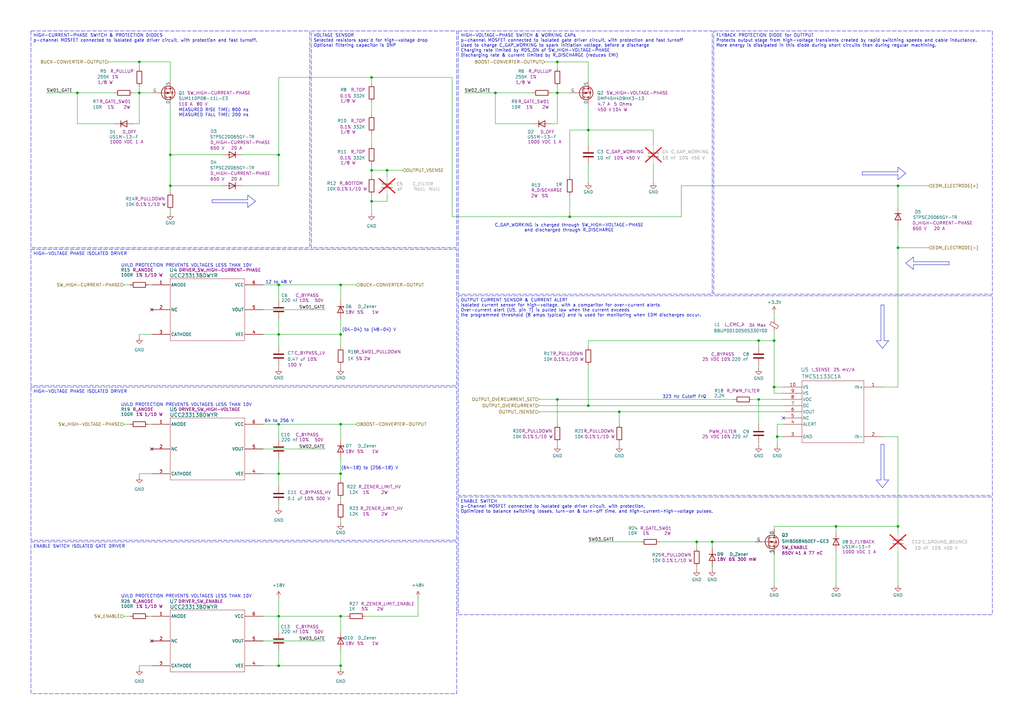
<source format=kicad_sch>
(kicad_sch (version 20250114) (generator "eeschema") (generator_version "9.0")
  (paper "A3")
  (title_block (title "Dual Converter Motherboard, Output Stage") (date "2025-06-02") (rev "F") (company "Rack Robotics, Inc."))
  (text "UVLO PROTECTION PREVENTS VOLTAGES LESS THAN 10V" (at 76.454 166.116 0) (effects (font (size 1.27 1.27))))
  (text "UVLO PROTECTION PREVENTS VOLTAGES LESS THAN 10V" (at 76.454 244.602 0) (effects (font (size 1.27 1.27))))
  (text "C_GAP_WORKING is charged through SW_HIGH-VOLTAGE-PHASE\nand discharged through R_DISCHARGE" (at 233.426 93.472 0) (effects (font (size 1.27 1.27))))
  (text "323 Hz Cutoff FrQ" (at 280.67 162.814 0) (effects (font (size 1.27 1.27))))
  (text "(04-04) to (48-04) V" (at 151.384 135.382 0) (effects (font (size 1.27 1.27))))
  (text "UVLO PROTECTION PREVENTS VOLTAGES LESS THAN 10V" (at 76.454 108.966 0) (effects (font (size 1.27 1.27))))
  (text "12 to 48 V" (at 114.3 115.824 0) (effects (font (size 1.27 1.27))))
  (text "(64-18) to (256-18) V" (at 151.638 192.024 0) (effects (font (size 1.27 1.27))))
  (text "64 to 256 V" (at 114.554 172.72 0) (effects (font (size 1.27 1.27))))
  (text "MEASURED RISE TIME: 800 ns\nMEASURED FALL TIME: 200 ns" (at 87.63 46.228 0) (effects (font (size 1.27 1.27))))
  (text_box "FLYBACK PROTECTION DIODE for OUTTPUT\nProtects output stage from high-voltage transients created by rapid switching speeds and cable inductance. \nMore energy is dissipated in this diode during short circuits than during regular machining. " (at 292.735 12.7 0) (size 114.3 107.95) (margins 0.9525 0.9525 0.9525 0.9525) (stroke (width 0) (type dash)) (effects (font (size 1.27 1.27)) (justify left top)))
  (text_box "HIGH-VOLTAGE PHASE ISOLATED DRIVER" (at 12.7 102.235 0) (size 174.625 55.88) (margins 0.9525 0.9525 0.9525 0.9525) (stroke (width 0) (type dash)) (effects (font (size 1.27 1.27)) (justify left top)))
  (text_box "ENABLE SWITCH ISOLATED GATE DRIVER" (at 12.7 222.25 0) (size 174.625 62.23) (margins 0.9525 0.9525 0.9525 0.9525) (stroke (width 0) (type dash)) (effects (font (size 1.27 1.27)) (justify left top)))
  (text_box "HIGH-VOLTAGE PHASE ISOLATED DRIVER" (at 12.7 158.75 0) (size 174.625 62.865) (margins 0.9525 0.9525 0.9525 0.9525) (stroke (width 0) (type dash)) (effects (font (size 1.27 1.27)) (justify left top)))
  (text_box "ENABLE SWITCH\np-Channel MOSFET connected to isolated gate driver circuit, with protection.\nOptimized to balance switching losses, turn-on & turn-off time, and high-current-high-voltage pulses." (at 187.96 203.835 0) (size 219.075 48.26) (margins 0.9525 0.9525 0.9525 0.9525) (stroke (width 0) (type dash)) (effects (font (size 1.27 1.27)) (justify left top)))
  (text_box "HIGH-VOLTAGE-PHASE SWITCH & WORKING CAPs\np-channel MOSFET connected to isolated gate driver circuit, with protection and fast turnoff\nUsed to charge C_GAP_WORKING to spark initiation voltage, before a discharge\nCharging rate limited by RDS_ON of SW_HIGH-VOLTAGE-PHASE \nDischarging rate & current limited by R_DISCHARGE (reduces EMI)" (at 187.96 12.7 0) (size 104.14 107.95) (margins 0.9525 0.9525 0.9525 0.9525) (stroke (width 0) (type dash)) (effects (font (size 1.27 1.27)) (justify left top)))
  (text_box "OUTPUT CURRENT SENSOR & CURRENT ALERT\nIsolated current sensor for high-voltage, with a comparitor for over-current alerts\nOver-current alert (U5, pin 7) is pulled low when the current exceeds \nthe programmed threshold (8 amps typical) and is used for monitoring when EDM discharges occur." (at 187.96 121.285 0) (size 219.075 81.915) (margins 0.9525 0.9525 0.9525 0.9525) (stroke (width 0) (type dash)) (effects (font (size 1.27 1.27)) (justify left top)))
  (text_box "VOLTAGE SENSOR\nSelected resistors spec'd for high-voltage drop\nOptional filtering capacitor is DNP" (at 127.635 12.7 0) (size 59.69 88.9) (margins 0.9525 0.9525 0.9525 0.9525) (stroke (width 0) (type dash)) (effects (font (size 1.27 1.27)) (justify left top)))
  (text_box "HIGH-CURRENT-PHASE SWITCH & PROTECTION DIODES\np-channel MOSFET connected to isolated gate driver circuit, with protection and fast turnoff." (at 12.7 12.7 0) (size 114.3 88.9) (margins 0.9525 0.9525 0.9525 0.9525) (stroke (width 0) (type dash)) (effects (font (size 1.27 1.27)) (justify left top)))
  (junction (at 317.5 158.75))
  (junction (at 228.6 38.1))
  (junction (at 152.4 69.85))
  (junction (at 114.3 194.31))
  (junction (at 285.75 222.25))
  (junction (at 311.15 139.7))
  (junction (at 152.4 31.75))
  (junction (at 241.3 166.37))
  (junction (at 368.3 101.6))
  (junction (at 241.3 53.34))
  (junction (at 57.15 25.4))
  (junction (at 311.15 163.83))
  (junction (at 114.3 116.84))
  (junction (at 69.85 63.5))
  (junction (at 139.7 137.16))
  (junction (at 203.2 38.1))
  (junction (at 139.7 273.05))
  (junction (at 228.6 163.83))
  (junction (at 152.4 82.55))
  (junction (at 368.3 76.2))
  (junction (at 139.7 116.84))
  (junction (at 292.1 222.25))
  (junction (at 318.77 179.07))
  (junction (at 228.6 25.4))
  (junction (at 254 168.91))
  (junction (at 139.7 252.73))
  (junction (at 114.3 63.5))
  (junction (at 114.3 173.99))
  (junction (at 317.5 139.7))
  (junction (at 114.3 252.73))
  (junction (at 139.7 194.31))
  (junction (at 114.3 137.16))
  (junction (at 114.3 273.05))
  (junction (at 69.85 76.2))
  (junction (at 57.15 38.1))
  (junction (at 233.68 88.9))
  (junction (at 158.75 69.85))
  (junction (at 368.3 215.9))
  (junction (at 342.9 215.9))
  (junction (at 139.7 173.99))
  (junction (at 31.75 38.1))
  (no_connect (at 62.23 262.89))
  (no_connect (at 321.31 171.45))
  (no_connect (at 62.23 127))
  (no_connect (at 62.23 184.15))
  (wire (pts (xy 368.3 101.6) (xy 368.3 158.75)))
  (wire (pts (xy 228.6 181.61) (xy 228.6 182.88)))
  (wire (pts (xy 342.9 215.9) (xy 368.3 215.9)))
  (polyline (pts (xy 101.6 83.185) (xy 101.6 85.09)))
  (wire (pts (xy 69.85 43.18) (xy 69.85 63.5)))
  (wire (pts (xy 114.3 31.75) (xy 152.4 31.75)))
  (wire (pts (xy 57.15 38.1) (xy 62.23 38.1)))
  (wire (pts (xy 285.75 232.41) (xy 285.75 233.68)))
  (polyline (pts (xy 104.775 82.55) (xy 101.6 80.01)))
  (wire (pts (xy 139.7 137.16) (xy 139.7 130.81)))
  (wire (pts (xy 318.77 179.07) (xy 318.77 173.99)))
  (wire (pts (xy 139.7 194.31) (xy 139.7 196.85)))
  (wire (pts (xy 267.97 67.31) (xy 267.97 74.93)))
  (wire (pts (xy 241.3 53.34) (xy 241.3 59.69)))
  (wire (pts (xy 228.6 163.83) (xy 300.99 163.83)))
  (wire (pts (xy 317.5 158.75) (xy 321.31 158.75)))
  (wire (pts (xy 241.3 139.7) (xy 311.15 139.7)))
  (wire (pts (xy 171.45 245.11) (xy 171.45 252.73)))
  (wire (pts (xy 270.51 222.25) (xy 285.75 222.25)))
  (wire (pts (xy 114.3 252.73) (xy 107.95 252.73)))
  (wire (pts (xy 368.3 76.2) (xy 368.3 85.09)))
  (wire (pts (xy 31.75 50.8) (xy 31.75 38.1)))
  (wire (pts (xy 114.3 259.08) (xy 114.3 252.73)))
  (wire (pts (xy 107.95 127) (xy 133.35 127)))
  (wire (pts (xy 241.3 222.25) (xy 262.89 222.25)))
  (polyline (pts (xy 374.65 108.585) (xy 374.65 110.49)))
  (wire (pts (xy 114.3 130.81) (xy 114.3 137.16)))
  (polyline (pts (xy 361.95 200.025) (xy 364.49 196.85)))
  (polyline (pts (xy 371.475 107.95) (xy 374.65 110.49)))
  (wire (pts (xy 228.6 38.1) (xy 228.6 50.8)))
  (wire (pts (xy 114.3 173.99) (xy 139.7 173.99)))
  (wire (pts (xy 254 181.61) (xy 254 182.88)))
  (wire (pts (xy 114.3 63.5) (xy 114.3 31.75)))
  (wire (pts (xy 114.3 173.99) (xy 114.3 180.34)))
  (wire (pts (xy 311.15 149.86) (xy 311.15 151.13)))
  (wire (pts (xy 139.7 266.7) (xy 139.7 273.05)))
  (polyline (pts (xy 361.95 142.875) (xy 361.95 142.875)))
  (wire (pts (xy 57.15 138.43) (xy 57.15 137.16)))
  (wire (pts (xy 292.1 232.41) (xy 292.1 233.68)))
  (wire (pts (xy 152.4 69.85) (xy 158.75 69.85)))
  (wire (pts (xy 228.6 38.1) (xy 233.68 38.1)))
  (polyline (pts (xy 86.995 81.915) (xy 86.995 83.185)))
  (wire (pts (xy 218.44 50.8) (xy 203.2 50.8)))
  (wire (pts (xy 107.95 273.05) (xy 114.3 273.05)))
  (wire (pts (xy 317.5 215.9) (xy 342.9 215.9)))
  (wire (pts (xy 241.3 67.31) (xy 241.3 74.93)))
  (wire (pts (xy 368.3 76.2) (xy 381 76.2)))
  (wire (pts (xy 57.15 25.4) (xy 69.85 25.4)))
  (wire (pts (xy 321.31 179.07) (xy 318.77 179.07)))
  (wire (pts (xy 57.15 25.4) (xy 57.15 27.94)))
  (wire (pts (xy 60.96 173.99) (xy 62.23 173.99)))
  (polyline (pts (xy 389.255 108.585) (xy 389.255 107.315)))
  (wire (pts (xy 233.68 80.01) (xy 233.68 88.9)))
  (polyline (pts (xy 371.475 71.12) (xy 368.3 68.58)))
  (wire (pts (xy 107.95 116.84) (xy 114.3 116.84)))
  (polyline (pts (xy 389.255 107.315) (xy 374.65 107.315)))
  (wire (pts (xy 311.15 139.7) (xy 317.5 139.7)))
  (polyline (pts (xy 371.475 107.95) (xy 374.65 105.41)))
  (wire (pts (xy 54.61 38.1) (xy 57.15 38.1)))
  (wire (pts (xy 114.3 116.84) (xy 139.7 116.84)))
  (wire (pts (xy 309.88 222.25) (xy 292.1 222.25)))
  (wire (pts (xy 57.15 195.58) (xy 57.15 194.31)))
  (wire (pts (xy 241.3 166.37) (xy 220.98 166.37)))
  (wire (pts (xy 60.96 116.84) (xy 62.23 116.84)))
  (wire (pts (xy 267.97 59.69) (xy 267.97 53.34)))
  (polyline (pts (xy 361.315 196.85) (xy 359.41 196.85)))
  (polyline (pts (xy 371.475 71.12) (xy 368.3 73.66)))
  (wire (pts (xy 107.95 184.15) (xy 133.35 184.15)))
  (polyline (pts (xy 362.585 125.095) (xy 362.585 139.7)))
  (polyline (pts (xy 101.6 81.915) (xy 101.6 80.01)))
  (wire (pts (xy 99.06 63.5) (xy 114.3 63.5)))
  (polyline (pts (xy 86.995 81.915) (xy 101.6 81.915)))
  (wire (pts (xy 381 101.6) (xy 368.3 101.6)))
  (polyline (pts (xy 353.695 70.485) (xy 368.3 70.485)))
  (wire (pts (xy 152.4 69.85) (xy 152.4 72.39)))
  (wire (pts (xy 152.4 46.99) (xy 152.4 41.91)))
  (wire (pts (xy 69.85 76.2) (xy 69.85 78.74)))
  (polyline (pts (xy 362.585 182.245) (xy 362.585 196.85)))
  (polyline (pts (xy 353.695 71.755) (xy 368.3 71.755)))
  (wire (pts (xy 267.97 53.34) (xy 241.3 53.34)))
  (wire (pts (xy 223.52 25.4) (xy 228.6 25.4)))
  (wire (pts (xy 226.06 50.8) (xy 228.6 50.8)))
  (wire (pts (xy 114.3 76.2) (xy 114.3 63.5)))
  (wire (pts (xy 311.15 181.61) (xy 311.15 182.88)))
  (polyline (pts (xy 104.775 82.55) (xy 104.775 82.55)))
  (wire (pts (xy 233.68 53.34) (xy 233.68 72.39)))
  (wire (pts (xy 368.3 179.07) (xy 368.3 215.9)))
  (wire (pts (xy 342.9 226.06) (xy 342.9 240.03)))
  (wire (pts (xy 228.6 25.4) (xy 241.3 25.4)))
  (wire (pts (xy 311.15 163.83) (xy 311.15 173.99)))
  (wire (pts (xy 228.6 25.4) (xy 228.6 27.94)))
  (wire (pts (xy 19.05 38.1) (xy 31.75 38.1)))
  (wire (pts (xy 139.7 273.05) (xy 114.3 273.05)))
  (wire (pts (xy 139.7 173.99) (xy 146.05 173.99)))
  (wire (pts (xy 152.4 67.31) (xy 152.4 69.85)))
  (wire (pts (xy 69.85 63.5) (xy 69.85 76.2)))
  (wire (pts (xy 139.7 173.99) (xy 139.7 180.34)))
  (wire (pts (xy 311.15 163.83) (xy 308.61 163.83)))
  (polyline (pts (xy 86.995 83.185) (xy 101.6 83.185)))
  (wire (pts (xy 69.85 25.4) (xy 69.85 33.02)))
  (wire (pts (xy 50.8 252.73) (xy 53.34 252.73)))
  (polyline (pts (xy 374.65 107.315) (xy 374.65 105.41)))
  (wire (pts (xy 317.5 158.75) (xy 317.5 161.29)))
  (wire (pts (xy 139.7 116.84) (xy 146.05 116.84)))
  (wire (pts (xy 317.5 135.89) (xy 317.5 139.7)))
  (wire (pts (xy 114.3 187.96) (xy 114.3 194.31)))
  (wire (pts (xy 317.5 128.27) (xy 317.5 130.81)))
  (polyline (pts (xy 104.775 82.55) (xy 101.6 85.09)))
  (wire (pts (xy 57.15 35.56) (xy 57.15 38.1)))
  (wire (pts (xy 57.15 273.05) (xy 62.23 273.05)))
  (polyline (pts (xy 361.315 125.095) (xy 361.315 139.7)))
  (wire (pts (xy 139.7 194.31) (xy 139.7 187.96)))
  (wire (pts (xy 190.5 38.1) (xy 203.2 38.1)))
  (wire (pts (xy 57.15 137.16) (xy 62.23 137.16)))
  (wire (pts (xy 185.42 88.9) (xy 233.68 88.9)))
  (polyline (pts (xy 368.3 70.485) (xy 368.3 68.58)))
  (wire (pts (xy 114.3 194.31) (xy 139.7 194.31)))
  (wire (pts (xy 54.61 50.8) (xy 57.15 50.8)))
  (polyline (pts (xy 371.475 71.12) (xy 371.475 71.12)))
  (wire (pts (xy 139.7 137.16) (xy 139.7 142.24)))
  (wire (pts (xy 152.4 59.69) (xy 152.4 54.61)))
  (wire (pts (xy 57.15 274.32) (xy 57.15 273.05)))
  (wire (pts (xy 139.7 151.13) (xy 139.7 149.86)))
  (wire (pts (xy 292.1 222.25) (xy 292.1 224.79)))
  (wire (pts (xy 114.3 149.86) (xy 114.3 151.13)))
  (wire (pts (xy 57.15 194.31) (xy 62.23 194.31)))
  (wire (pts (xy 317.5 227.33) (xy 317.5 240.03)))
  (wire (pts (xy 107.95 173.99) (xy 114.3 173.99)))
  (wire (pts (xy 321.31 168.91) (xy 254 168.91)))
  (wire (pts (xy 226.06 38.1) (xy 228.6 38.1)))
  (polyline (pts (xy 362.585 125.095) (xy 361.315 125.095)))
  (wire (pts (xy 233.68 88.9) (xy 279.4 88.9)))
  (wire (pts (xy 368.3 226.06) (xy 368.3 240.03)))
  (wire (pts (xy 139.7 205.74) (xy 139.7 204.47)))
  (wire (pts (xy 50.8 116.84) (xy 53.34 116.84)))
  (wire (pts (xy 311.15 142.24) (xy 311.15 139.7)))
  (wire (pts (xy 318.77 173.99) (xy 321.31 173.99)))
  (polyline (pts (xy 361.315 139.7) (xy 359.41 139.7)))
  (polyline (pts (xy 362.585 182.245) (xy 361.315 182.245)))
  (wire (pts (xy 158.75 82.55) (xy 152.4 82.55)))
  (wire (pts (xy 368.3 92.71) (xy 368.3 101.6)))
  (wire (pts (xy 241.3 25.4) (xy 241.3 33.02)))
  (wire (pts (xy 203.2 50.8) (xy 203.2 38.1)))
  (wire (pts (xy 114.3 266.7) (xy 114.3 273.05)))
  (polyline (pts (xy 361.315 182.245) (xy 361.315 196.85)))
  (wire (pts (xy 158.75 80.01) (xy 158.75 82.55)))
  (polyline (pts (xy 361.95 142.875) (xy 359.41 139.7)))
  (wire (pts (xy 114.3 116.84) (xy 114.3 123.19)))
  (wire (pts (xy 317.5 161.29) (xy 321.31 161.29)))
  (wire (pts (xy 285.75 222.25) (xy 292.1 222.25)))
  (wire (pts (xy 228.6 35.56) (xy 228.6 38.1)))
  (wire (pts (xy 241.3 149.86) (xy 241.3 166.37)))
  (wire (pts (xy 139.7 214.63) (xy 139.7 213.36)))
  (wire (pts (xy 114.3 137.16) (xy 114.3 142.24)))
  (wire (pts (xy 203.2 38.1) (xy 218.44 38.1)))
  (wire (pts (xy 185.42 31.75) (xy 185.42 88.9)))
  (wire (pts (xy 228.6 163.83) (xy 228.6 173.99)))
  (wire (pts (xy 241.3 142.24) (xy 241.3 139.7)))
  (wire (pts (xy 69.85 86.36) (xy 69.85 87.63)))
  (wire (pts (xy 254 168.91) (xy 220.98 168.91)))
  (wire (pts (xy 368.3 179.07) (xy 361.95 179.07)))
  (wire (pts (xy 254 168.91) (xy 254 173.99)))
  (polyline (pts (xy 361.95 142.875) (xy 364.49 139.7)))
  (wire (pts (xy 60.96 252.73) (xy 62.23 252.73)))
  (wire (pts (xy 139.7 252.73) (xy 139.7 259.08)))
  (wire (pts (xy 114.3 207.01) (xy 114.3 208.28)))
  (wire (pts (xy 69.85 63.5) (xy 91.44 63.5)))
  (polyline (pts (xy 389.255 108.585) (xy 374.65 108.585)))
  (polyline (pts (xy 371.475 107.95) (xy 371.475 107.95)))
  (polyline (pts (xy 361.95 200.025) (xy 359.41 196.85)))
  (wire (pts (xy 114.3 137.16) (xy 107.95 137.16)))
  (wire (pts (xy 152.4 31.75) (xy 152.4 34.29)))
  (polyline (pts (xy 353.695 70.485) (xy 353.695 71.755)))
  (wire (pts (xy 107.95 262.89) (xy 133.35 262.89)))
  (polyline (pts (xy 362.585 139.7) (xy 364.49 139.7)))
  (wire (pts (xy 107.95 194.31) (xy 114.3 194.31)))
  (wire (pts (xy 152.4 80.01) (xy 152.4 82.55)))
  (wire (pts (xy 114.3 252.73) (xy 139.7 252.73)))
  (wire (pts (xy 158.75 69.85) (xy 158.75 72.39)))
  (wire (pts (xy 139.7 123.19) (xy 139.7 116.84)))
  (polyline (pts (xy 362.585 196.85) (xy 364.49 196.85)))
  (wire (pts (xy 152.4 31.75) (xy 185.42 31.75)))
  (wire (pts (xy 44.45 25.4) (xy 57.15 25.4)))
  (wire (pts (xy 139.7 273.05) (xy 139.7 274.32)))
  (wire (pts (xy 46.99 50.8) (xy 31.75 50.8)))
  (wire (pts (xy 317.5 215.9) (xy 317.5 217.17)))
  (wire (pts (xy 158.75 69.85) (xy 165.1 69.85)))
  (wire (pts (xy 241.3 43.18) (xy 241.3 53.34)))
  (polyline (pts (xy 368.3 71.755) (xy 368.3 73.66)))
  (wire (pts (xy 342.9 215.9) (xy 342.9 218.44)))
  (wire (pts (xy 368.3 218.44) (xy 368.3 215.9)))
  (wire (pts (xy 228.6 163.83) (xy 220.98 163.83)))
  (wire (pts (xy 285.75 222.25) (xy 285.75 224.79)))
  (wire (pts (xy 311.15 163.83) (xy 321.31 163.83)))
  (wire (pts (xy 241.3 53.34) (xy 233.68 53.34)))
  (wire (pts (xy 279.4 76.2) (xy 368.3 76.2)))
  (wire (pts (xy 50.8 173.99) (xy 53.34 173.99)))
  (wire (pts (xy 279.4 88.9) (xy 279.4 76.2)))
  (wire (pts (xy 31.75 38.1) (xy 46.99 38.1)))
  (wire (pts (xy 171.45 252.73) (xy 149.86 252.73)))
  (wire (pts (xy 114.3 137.16) (xy 139.7 137.16)))
  (wire (pts (xy 321.31 166.37) (xy 241.3 166.37)))
  (wire (pts (xy 139.7 252.73) (xy 142.24 252.73)))
  (wire (pts (xy 57.15 50.8) (xy 57.15 38.1)))
  (wire (pts (xy 99.06 76.2) (xy 114.3 76.2)))
  (wire (pts (xy 69.85 76.2) (xy 91.44 76.2)))
  (wire (pts (xy 114.3 245.11) (xy 114.3 252.73)))
  (wire (pts (xy 114.3 194.31) (xy 114.3 199.39)))
  (wire (pts (xy 152.4 82.55) (xy 152.4 87.63)))
  (wire (pts (xy 317.5 139.7) (xy 317.5 158.75)))
  (polyline (pts (xy 361.95 200.025) (xy 361.95 200.025)))
  (wire (pts (xy 361.95 158.75) (xy 368.3 158.75)))
  (wire (pts (xy 318.77 182.88) (xy 318.77 179.07)))
  (label "SW02_GATE" (at 190.5 38.1 0))
  (label "SW02_GATE" (at 133.35 184.15 180))
  (label "SW01_GATE" (at 19.05 38.1 0))
  (label "SW03_GATE" (at 133.35 262.89 180))
  (label "SW03_GATE" (at 241.3 222.25 0))
  (label "SW01_GATE" (at 133.35 127 180))
  (hierarchical_label "OUTPUT_OVERCURRENT_SET" (shape input) (at 220.98 163.83 180))
  (hierarchical_label "EDM_ELECTRODE(-)" (shape input) (at 381 101.6 0))
  (hierarchical_label "SW_ENABLE" (shape input) (at 50.8 252.73 180))
  (hierarchical_label "BOOST-CONVERTER-OUTPUT" (shape input) (at 223.52 25.4 180))
  (hierarchical_label "SW_HIGH-VOLTAGE-PHASE" (shape input) (at 50.8 173.99 180))
  (hierarchical_label "BUCK-CONVERTER-OUTPUT" (shape input) (at 44.45 25.4 180))
  (hierarchical_label "BOOST-CONVERTER-OUTPUT" (shape input) (at 146.05 173.99 0))
  (hierarchical_label "SW_HIGH-CURRENT-PHASE" (shape input) (at 50.8 116.84 180))
  (hierarchical_label "BUCK-CONVERTER-OUTPUT" (shape input) (at 146.05 116.84 0))
  (hierarchical_label "OUTPUT_OVERCURRENT" (shape input) (at 220.98 166.37 180))
  (hierarchical_label "OUTPUT_ISENSE" (shape input) (at 220.98 168.91 180))
  (hierarchical_label "EDM_ELECTRODE(+)" (shape input) (at 381 76.2 0))
  (hierarchical_label "OUTPUT_VSENSE" (shape input) (at 165.1 69.85 0))
  (symbol (lib_id "Device:C") (at 114.3 203.2 0) (unit 1)
    (property "Reference" "C11" (at 117.856 201.93 0) (effects (justify left)))
    (property "Value" "0.1 uF" (at 117.856 204.47 0) (effects (justify left)))
    (property "Footprint" "Capacitor_SMD:C_1210_3225Metric" (effects (hide yes)))
    (property "Datasheet" "https://search.kemet.com/download/datasheet/C1210C104KCRAC7800" (effects (hide yes)))
    (property "Description" "0.1 µF ±10% 500V Ceramic Capacitor X7R 1210 (3225 Metric)" (effects (hide yes)))
    (property "Tolerance" "10%" (at 126.746 204.4701 0))
    (property "Role" "C_BYPASS_HV" (at 129.286 201.93 0))
    (property "Dielectric" "X7R" (effects (hide yes)))
    (property "Max Voltage" "500 V" (at 132.588 204.47 0))
    (property "Manufacturer" "KEMET" (effects (hide yes)))
    (property "Manufacturer#" "C1210C104KCRACTU" (effects (hide yes)))
    (property "Distributor" "Digikey Electronics, Inc." (effects (hide yes)))
    (property "Distributor#" "399-C1210C104KCRACTUCT-ND" (effects (hide yes)))
    (property "LCSC Part #" "C141218" (effects (hide yes)))
  )
  (symbol (lib_id "powercore-development:SUM110P08-11L-E3") (at 67.31 38.1 0) (mirror x) (unit 1)
    (property "Reference" "Q1" (at 73.152 38.1 0) (effects (justify left)))
    (property "Value" "SUM110P08-11L-E3" (at 73.152 40.386 0) (effects (justify left)))
    (property "Footprint" "powercore-development:SUM110P08-11L-E3" (effects (hide yes)))
    (property "Datasheet" "https://ngspice.sourceforge.io/docs/ngspice-html-manual/manual.xhtml#cha_MOSFETs" (effects (hide yes)))
    (property "Description" "P-MOSFET transistor, drain/source/gate" (effects (hide yes)))
    (property "Role" "SW_HIGH-CURRENT-PHASE" (at 76.708 38.1 0) (effects (justify left)))
    (property "Max Voltage" "80 V" (at 80.518 42.672 0) (effects (justify left)))
    (property "Max Current" "110 A" (at 73.152 42.672 0) (effects (justify left)))
    (property "Manufacturer" "Vishay Siliconix" (effects (hide yes)))
    (property "Manufacturer#" "SUM110P08-11L-E3" (effects (hide yes)))
    (property "Distributor" "Digikey Electronics, Inc." (effects (hide yes)))
    (property "Distributor#" "SUM110P08-11L-E3CT-ND" (effects (hide yes)))
    (property "LCSC Part #" "C2838509" (effects (hide yes)))
  )
  (symbol (lib_id "Device:R") (at 57.15 116.84 270) (mirror x) (unit 1)
    (property "Reference" "R15" (at 49.53 110.744 90) (effects (justify left)))
    (property "Value" "100R" (at 49.53 112.776 90) (effects (justify left)))
    (property "Footprint" "Resistor_SMD:R_0603_1608Metric" (effects (hide yes)))
    (property "Datasheet" "https://www.yageo.com/upload/media/product/products/datasheet/rchip/PYu-RC_Group_51_RoHS_L_12.pdf" (effects (hide yes)))
    (property "Description" "100 Ohms ±1% 0.1W, 1/10W Chip Resistor 0603 (1608 Metric) Moisture Resistant Thick Film" (effects (hide yes)))
    (property "Tolerance" "1%" (at 57.15 112.776 90))
    (property "Role" "R_ANODE" (at 58.674 110.744 90))
    (property "Manufacturer" "YAGEO" (effects (hide yes)))
    (property "Manufacturer#" "RC0603FR-10100RL" (effects (hide yes)))
    (property "Distributor" "Digikey Electronics, Inc." (effects (hide yes)))
    (property "Distributor#" "13-RC0603FR-10100RLCT-ND" (effects (hide yes)))
    (property "Power" "1/10 W" (at 62.992 112.776 90))
    (property "LCSC Part #" "C20161635" (effects (hide yes)))
  )
  (symbol (lib_id "KiCAD-RevB-symbol-library:US1M-13-F") (at 342.9 222.25 270) (unit 1)
    (property "Reference" "D8" (at 346.71 222.25 90))
    (property "Value" "US1M-13-F" (at 351.282 224.282 90))
    (property "Footprint" "Diode_SMD:D_SMA" (effects (hide yes)))
    (property "Datasheet" "https://www.diodes.com/assets/Datasheets/ds16008.pdf" (effects (hide yes)))
    (property "Description" "Diode 1000 V 1A Surface Mount SMA" (effects (hide yes)))
    (property "V_f" "1000 VDC" (at 350.266 226.314 90))
    (property "I_max" "1 A" (at 357.632 226.314 90))
    (property "Tolerance" "NULL" (effects (hide yes)))
    (property "Role" "D_FLYBACK" (at 353.568 222.25 90))
    (property "Manufacturer" "Diodes Incorporated" (effects (hide yes)))
    (property "Manufacturer#" "US1M-13-F" (effects (hide yes)))
    (property "Distributor" "Digikey Electronics" (effects (hide yes)))
    (property "Distributor#" "US1M-FDICT-ND" (effects (hide yes)))
    (property "LCSC Part #" "C99333" (effects (hide yes)))
  )
  (symbol (lib_id "power:GND") (at 318.77 182.88 0) (mirror y) (unit 1)
    (property "Reference" "#PWR030" (effects (hide yes)))
    (property "Value" "GND" (at 318.77 186.944 0))
    (property "Description" "Power symbol creates a global label with name \"GND\" , ground" (effects (hide yes)))
  )
  (symbol (lib_id "Device:R") (at 139.7 209.55 0) (mirror y) (unit 1)
    (property "Reference" "R23" (at 147.066 208.534 0) (effects (justify left)))
    (property "Value" "12K" (at 147.066 210.82 0) (effects (justify left)))
    (property "Footprint" "Resistor_SMD:R_2512_6332Metric" (effects (hide yes)))
    (property "Datasheet" "https://www.te.com/usa-en/product-3-2176331-8.datasheet.pdf" (effects (hide yes)))
    (property "Description" "12 kOhms ±1% 2W Chip Resistor 2512 (6432 Metric) Pulse Withstanding Thick Film" (effects (hide yes)))
    (property "Tolerance" "1%" (at 150.114 210.82 0))
    (property "Role" "R_ZENER_LIMIT_HV" (at 156.464 208.534 0))
    (property "Manufacturer" "TE Connectivity Passive Product" (effects (hide yes)))
    (property "Manufacturer#" "CRGP2512F12K" (effects (hide yes)))
    (property "Distributor" "Digikey Electronics, Inc." (effects (hide yes)))
    (property "Distributor#" "A130734CT-ND" (effects (hide yes)))
    (property "Power" "2W" (at 157.734 210.82 0))
    (property "LCSC Part #" "C2082818" (effects (hide yes)))
  )
  (symbol (lib_id "power:GND") (at 254 182.88 0) (mirror y) (unit 1)
    (property "Reference" "#PWR028" (effects (hide yes)))
    (property "Value" "GND" (at 254 186.944 0))
    (property "Description" "Power symbol creates a global label with name \"GND\" , ground" (effects (hide yes)))
  )
  (symbol (lib_id "Device:R") (at 228.6 31.75 0) (mirror y) (unit 1)
    (property "Reference" "R6" (at 215.138 29.21 0) (effects (justify left)))
    (property "Value" "255K" (at 216.408 31.496 0) (effects (justify left)))
    (property "Footprint" "Resistor_SMD:R_0603_1608Metric" (effects (hide yes)))
    (property "Datasheet" "https://www.yageo.com/upload/media/product/products/datasheet/rchip/PYu-RC_Group_51_RoHS_L_12.pdf" (effects (hide yes)))
    (property "Description" "255 kOhms ±1% 0.1W, 1/10W Chip Resistor 0603 (1608 Metric) Moisture Resistant Thick Film" (effects (hide yes)))
    (property "Tolerance" "1%" (at 218.694 31.496 0))
    (property "Role" "R_PULLUP" (at 221.488 29.21 0))
    (property "Manufacturer" "YAGEO" (effects (hide yes)))
    (property "Manufacturer#" "RC0603FR-07255KL" (effects (hide yes)))
    (property "Distributor" "Digikey Electronics, Inc." (effects (hide yes)))
    (property "Distributor#" "311-255KHRCT-ND" (effects (hide yes)))
    (property "Power" "1/8 W" (at 214.63 33.782 0))
    (property "LCSC Part #" "C295887" (effects (hide yes)))
  )
  (symbol (lib_id "power:GND") (at 267.97 74.93 0) (unit 1)
    (property "Reference" "#PWR019" (effects (hide yes)))
    (property "Value" "GND" (at 267.97 78.74 0))
    (property "Description" "Power symbol creates a global label with name \"GND\" , ground" (effects (hide yes)))
  )
  (symbol (lib_id "Device:C") (at 114.3 146.05 0) (unit 1)
    (property "Reference" "C7" (at 117.856 144.78 0) (effects (justify left)))
    (property "Value" "0.47 uF" (at 117.856 147.32 0) (effects (justify left)))
    (property "Footprint" "Capacitor_SMD:C_0805_2012Metric" (effects (hide yes)))
    (property "Datasheet" "https://www.yageo.com/upload/media/product/app/datasheet/mlcc/upy-np0x7r_mv_100-to-630v.pdf" (effects (hide yes)))
    (property "Description" "0.47 µF ±10% 100V Ceramic Capacitor X7R 0805 (2012 Metric)" (effects (hide yes)))
    (property "Tolerance" "10%" (at 128.016 147.32 0))
    (property "Role" "C_BYPASS_LV" (at 127 144.78 0))
    (property "Dielectric" "X7R" (effects (hide yes)))
    (property "Max Voltage" "100 V" (at 120.904 149.606 0))
    (property "Manufacturer" "YAGEO" (effects (hide yes)))
    (property "Manufacturer#" "CC0805KKX7R0BB474" (effects (hide yes)))
    (property "Distributor" "Digikey Electronics, Inc." (effects (hide yes)))
    (property "Distributor#" "13-CC0805KKX7R0BB474CT-ND" (effects (hide yes)))
    (property "LCSC Part #" "C596323" (effects (hide yes)))
  )
  (symbol (lib_id "KiCAD-RevB-symbol-library:STPSC20065GY-TR") (at 95.25 76.2 180) (unit 1)
    (property "Reference" "D4" (at 87.63 66.548 0))
    (property "Value" "STPSC20065GY-TR" (at 95.25 68.834 0))
    (property "Footprint" "powercore-development:STPSC20065GY-TR" (effects (hide yes)))
    (property "Datasheet" "https://www.st.com/content/ccc/resource/technical/document/datasheet/group3/66/cd/b4/5d/56/1b/4a/e6/DM00288933/files/DM00288933.pdf/jcr:content/translations/en.DM00288933.pdf" (effects (hide yes)))
    (property "Description" "Diode 650 V 20A Surface Mount D2PAK" (effects (hide yes)))
    (property "Tolerance" "NULL" (effects (hide yes)))
    (property "V_f" "650 V" (at 89.154 73.406 0))
    (property "I_max" "20 A" (at 97.028 73.406 0))
    (property "Role" "D_HIGH-CURRENT-PHASE" (at 98.552 71.12 0))
    (property "Manufacturer" "STMicroelectronics" (effects (hide yes)))
    (property "Manufacturer#" "STPSC20065GY-TR" (effects (hide yes)))
    (property "Distributor" "Digikey Electronics, Inc." (effects (hide yes)))
    (property "Distributor#" "497-18025-1-ND" (effects (hide yes)))
    (property "LCSC Part #" "C2965441" (effects (hide yes)))
  )
  (symbol (lib_id "Device:D_Zener") (at 139.7 127 270) (unit 1)
    (property "Reference" "D6" (at 143.002 125.73 90))
    (property "Value" "D_Zener" (at 150.622 125.73 90))
    (property "Footprint" "Diode_SMD:D_SMA" (effects (hide yes)))
    (property "Datasheet" "https://www.diodes.com/assets/Datasheets/ds18015.pdf" (effects (hide yes)))
    (property "Description" "Zener Diode 18 V 1 W ±5% Surface Mount SMA" (effects (hide yes)))
    (property "Role" "D_ZENER_DRIVER" (effects (hide yes)))
    (property "Zener Voltage" "18V" (at 143.51 128.016 90))
    (property "Tolerance" "5%" (at 147.828 128.016 90))
    (property "Power" "1W" (at 153.924 128.016 90))
    (property "Manufacturer" "Diodes Incorporated" (effects (hide yes)))
    (property "Manufacturer#" "SMAZ18-13-F" (effects (hide yes)))
    (property "Distributor" "Digikey Electronics, Inc." (effects (hide yes)))
    (property "Distributor#" "SMAZ18-FDICT-ND" (effects (hide yes)))
    (property "LCSC Part #" "C110525" (effects (hide yes)))
  )
  (symbol (lib_id "power:GND") (at 311.15 182.88 0) (mirror y) (unit 1)
    (property "Reference" "#PWR029" (effects (hide yes)))
    (property "Value" "GND" (at 311.15 186.944 0))
    (property "Description" "Power symbol creates a global label with name \"GND\" , ground" (effects (hide yes)))
  )
  (symbol (lib_id "Device:C") (at 368.3 222.25 0) (unit 1) (in_bom no) (dnp yes)
    (property "Reference" "C12" (at 373.888 222.25 0) (effects (justify left)))
    (property "Value" "10 nF" (at 375.158 224.79 0) (effects (justify left)))
    (property "Footprint" "Capacitor_SMD:C_0805_2012Metric" (effects (hide yes)))
    (property "Datasheet" "https://product.tdk.com/en/system/files?file=dam/doc/product/capacitor/ceramic/mlcc/catalog/mlcc_commercial_midvoltage_en.pdf" (effects (hide yes)))
    (property "Description" "10000 pF ±10% 450V Ceramic Capacitor X7T 0805 (2012 Metric)" (effects (hide yes)))
    (property "Tolerance" "10%" (at 384.048 224.7901 0))
    (property "Role" "C_GROUND_BOUNCE" (at 387.604 222.25 0))
    (property "Dielectric" "X7T High Voltage" (effects (hide yes)))
    (property "Max Voltage" "450 V" (at 389.89 224.79 0))
    (property "Manufacturer" "TDK Corporation" (effects (hide yes)))
    (property "Manufacturer#" "C2012X7T2W103K085AA" (effects (hide yes)))
    (property "Distributor" "Digikey Electronics, Inc." (effects (hide yes)))
    (property "Distributor#" "445-7750-1-ND" (effects (hide yes)))
    (property "LCSC Part #" "C342860" (effects (hide yes)))
  )
  (symbol (lib_id "KiCAD-RevB-symbol-library:STPSC20065GY-TR") (at 95.25 63.5 180) (unit 1)
    (property "Reference" "D3" (at 87.63 53.848 0))
    (property "Value" "STPSC20065GY-TR" (at 95.25 56.134 0))
    (property "Footprint" "powercore-development:STPSC20065GY-TR" (effects (hide yes)))
    (property "Datasheet" "https://www.st.com/content/ccc/resource/technical/document/datasheet/group3/66/cd/b4/5d/56/1b/4a/e6/DM00288933/files/DM00288933.pdf/jcr:content/translations/en.DM00288933.pdf" (effects (hide yes)))
    (property "Description" "Diode 650 V 20A Surface Mount D2PAK" (effects (hide yes)))
    (property "Tolerance" "NULL" (effects (hide yes)))
    (property "V_f" "650 V" (at 89.154 60.706 0))
    (property "I_max" "20 A" (at 97.028 60.706 0))
    (property "Role" "D_HIGH-CURRENT-PHASE" (at 98.552 58.42 0))
    (property "Manufacturer" "STMicroelectronics" (effects (hide yes)))
    (property "Manufacturer#" "STPSC20065GY-TR" (effects (hide yes)))
    (property "Distributor" "Digikey Electronics, Inc." (effects (hide yes)))
    (property "Distributor#" "497-18025-1-ND" (effects (hide yes)))
    (property "LCSC Part #" "C2965441" (effects (hide yes)))
  )
  (symbol (lib_id "Device:R") (at 57.15 173.99 270) (mirror x) (unit 1)
    (property "Reference" "R19" (at 49.53 167.894 90) (effects (justify left)))
    (property "Value" "100R" (at 49.53 169.926 90) (effects (justify left)))
    (property "Footprint" "Resistor_SMD:R_0603_1608Metric" (effects (hide yes)))
    (property "Datasheet" "https://www.yageo.com/upload/media/product/products/datasheet/rchip/PYu-RC_Group_51_RoHS_L_12.pdf" (effects (hide yes)))
    (property "Description" "100 Ohms ±1% 0.1W, 1/10W Chip Resistor 0603 (1608 Metric) Moisture Resistant Thick Film" (effects (hide yes)))
    (property "Tolerance" "1%" (at 57.15 169.926 90))
    (property "Role" "R_ANODE" (at 58.674 167.894 90))
    (property "Manufacturer" "YAGEO" (effects (hide yes)))
    (property "Manufacturer#" "RC0603FR-10100RL" (effects (hide yes)))
    (property "Distributor" "Digikey Electronics, Inc." (effects (hide yes)))
    (property "Distributor#" "13-RC0603FR-10100RLCT-ND" (effects (hide yes)))
    (property "Power" "1/10 W" (at 62.992 169.926 90))
    (property "LCSC Part #" "C20161635" (effects (hide yes)))
  )
  (symbol (lib_id "power:GND") (at 69.85 87.63 0) (unit 1)
    (property "Reference" "#PWR020" (effects (hide yes)))
    (property "Value" "GND" (at 69.85 91.44 0))
    (property "Description" "Power symbol creates a global label with name \"GND\" , ground" (effects (hide yes)))
  )
  (symbol (lib_id "power:GND") (at 285.75 233.68 0) (unit 1)
    (property "Reference" "#PWR034" (effects (hide yes)))
    (property "Value" "GND" (at 285.75 237.744 0))
    (property "Description" "Power symbol creates a global label with name \"GND\" , ground" (effects (hide yes)))
  )
  (symbol (lib_id "Device:R") (at 233.68 76.2 180) (unit 1)
    (property "Reference" "R13" (at 221.742 75.946 0) (effects (justify left)))
    (property "Value" "1R" (at 230.632 75.692 0) (effects (justify left)))
    (property "Footprint" "Resistor_SMD:R_2512_6332Metric" (effects (hide yes)))
    (property "Datasheet" "https://www.bourns.com/docs/product-datasheets/crm.pdf" (effects (hide yes)))
    (property "Description" "1 Ohms ±5% 2W Chip Resistor 2512 (6432 Metric) Current Sense Thick Film" (effects (hide yes)))
    (property "Tolerance" "5%" (at 223.52 80.264 0))
    (property "Role" "R_DISCHARGE" (at 224.282 77.978 0))
    (property "Manufacturer" "Bourns Inc." (effects (hide yes)))
    (property "Manufacturer#" "CRM2512-JW-1R0ELF" (effects (hide yes)))
    (property "Distributor" "Digikey Electronics, Inc." (effects (hide yes)))
    (property "Distributor#" "CRM2512-JW-1R0ELFCT-ND" (effects (hide yes)))
    (property "Power" "2W" (at 219.202 80.264 0))
    (property "LCSC Part #" "C840599" (effects (hide yes)))
  )
  (symbol (lib_id "Device:D_Zener") (at 139.7 184.15 270) (unit 1)
    (property "Reference" "D7" (at 143.002 182.88 90))
    (property "Value" "D_Zener" (at 150.622 182.88 90))
    (property "Footprint" "Diode_SMD:D_SMA" (effects (hide yes)))
    (property "Datasheet" "https://www.diodes.com/assets/Datasheets/ds18015.pdf" (effects (hide yes)))
    (property "Description" "Zener Diode 18 V 1 W ±5% Surface Mount SMA" (effects (hide yes)))
    (property "Role" "D_ZENER_DRIVER" (effects (hide yes)))
    (property "Zener Voltage" "18V" (at 143.51 185.166 90))
    (property "Tolerance" "5%" (at 147.828 185.166 90))
    (property "Power" "1W" (at 153.924 185.166 90))
    (property "Manufacturer" "Diodes Incorporated" (effects (hide yes)))
    (property "Manufacturer#" "SMAZ18-13-F" (effects (hide yes)))
    (property "Distributor" "Digikey Electronics, Inc." (effects (hide yes)))
    (property "Distributor#" "SMAZ18-FDICT-ND" (effects (hide yes)))
    (property "LCSC Part #" "C110525" (effects (hide yes)))
  )
  (symbol (lib_id "power:GND") (at 139.7 274.32 0) (unit 1)
    (property "Reference" "#PWR042" (effects (hide yes)))
    (property "Value" "GND" (at 139.7 279.4 0))
    (property "Description" "Power symbol creates a global label with name \"GND\" , ground" (effects (hide yes)))
  )
  (symbol (lib_id "Device:C") (at 311.15 146.05 0) (mirror y) (unit 1)
    (property "Reference" "C8" (at 307.34 145.288 0) (effects (justify left)))
    (property "Value" "220 nF" (at 307.086 147.32 0) (effects (justify left)))
    (property "Footprint" "Capacitor_SMD:C_0603_1608Metric" (effects (hide yes)))
    (property "Datasheet" "https://www.yageo.com/upload/media/product/app/datasheet/mlcc/upy-ac_np0x7rx7s_6_3v-to-2kv.pdf" (effects (hide yes)))
    (property "Description" "0.22 µF ±10% 50V Ceramic Capacitor X7R 0603 (1608 Metric)" (effects (hide yes)))
    (property "Role" "C_BYPASS" (at 296.418 145.288 0))
    (property "Tolerance" "10%" (at 297.688 147.32 0))
    (property "Dielectric" "X7R" (effects (hide yes)))
    (property "Max Voltage" "25 VDC" (at 291.592 147.32 0))
    (property "Manufacturer" "YAGEO" (effects (hide yes)))
    (property "Manufacturer#" "AC0603KRX7R9BB224" (effects (hide yes)))
    (property "Distributor" "Digikey Electronics, Inc." (effects (hide yes)))
    (property "Distributor#" "13-AC0603KRX7R9BB224CT-ND" (effects (hide yes)))
    (property "LCSC Part #" "C726565" (effects (hide yes)))
  )
  (symbol (lib_id "Device:R") (at 152.4 38.1 0) (mirror y) (unit 1)
    (property "Reference" "R8" (at 142.24 36.83 0) (effects (justify left)))
    (property "Value" "332K" (at 149.86 39.3699 0) (effects (justify left)))
    (property "Footprint" "Resistor_SMD:R_0805_2012Metric" (effects (hide yes)))
    (property "Datasheet" "https://www.yageo.com/upload/media/product/app/datasheet/rchip/pyu-rt_1-to-0.01_rohs_l.pdf" (effects (hide yes)))
    (property "Description" "332 kOhms ±0.1% 0.125W, 1/8W Chip Resistor 0805 (2012 Metric) Thin Film" (effects (hide yes)))
    (property "Tolerance" "0.1%" (at 141.732 39.37 0))
    (property "Role" "R_TOP" (at 146.812 36.83 0))
    (property "Manufacturer" "YAGEO" (effects (hide yes)))
    (property "Manufacturer#" "RT0805BRD07332KL" (effects (hide yes)))
    (property "Distributor" "Digikey Electronics, Inc." (effects (hide yes)))
    (property "Distributor#" "YAG1869CT-ND" (effects (hide yes)))
    (property "Power" "1/8 W" (at 142.748 41.402 0))
  )
  (symbol (lib_id "KiCAD-RevB-symbol-library:US1M-13-F") (at 222.25 50.8 0) (unit 1)
    (property "Reference" "D2" (at 217.678 54.102 0))
    (property "Value" "US1M-13-F" (at 222.25 56.134 0))
    (property "Footprint" "Diode_SMD:D_SMA" (effects (hide yes)))
    (property "Datasheet" "https://www.diodes.com/assets/Datasheets/ds16008.pdf" (effects (hide yes)))
    (property "Description" "Diode 1000 V 1A Surface Mount SMA" (effects (hide yes)))
    (property "V_f" "1000 VDC" (at 221.234 58.166 0))
    (property "I_max" "1 A" (at 228.6 58.166 0))
    (property "Tolerance" "NULL" (effects (hide yes)))
    (property "Role" "D_OFF" (at 224.536 54.102 0))
    (property "Manufacturer" "Diodes Incorporated" (effects (hide yes)))
    (property "Manufacturer#" "US1M-13-F" (effects (hide yes)))
    (property "Distributor" "Digikey Electronics" (effects (hide yes)))
    (property "Distributor#" "US1M-FDICT-ND" (effects (hide yes)))
    (property "LCSC Part #" "C99333" (effects (hide yes)))
  )
  (symbol (lib_id "Device:C") (at 114.3 262.89 0) (unit 1)
    (property "Reference" "C13" (at 115.062 257.048 0) (effects (justify left)))
    (property "Value" "220 nF" (at 115.316 259.08 0) (effects (justify left)))
    (property "Footprint" "Capacitor_SMD:C_0603_1608Metric" (effects (hide yes)))
    (property "Datasheet" "https://www.yageo.com/upload/media/product/app/datasheet/mlcc/upy-ac_np0x7rx7s_6_3v-to-2kv.pdf" (effects (hide yes)))
    (property "Description" "0.22 µF ±10% 50V Ceramic Capacitor X7R 0603 (1608 Metric)" (effects (hide yes)))
    (property "Role" "C_BYPASS" (at 125.984 257.048 0))
    (property "Tolerance" "10%" (at 124.714 259.08 0))
    (property "Dielectric" "X7R" (effects (hide yes)))
    (property "Max Voltage" "50V" (at 130.81 259.08 0))
    (property "Manufacturer" "YAGEO" (effects (hide yes)))
    (property "Manufacturer#" "AC0603KRX7R9BB224" (effects (hide yes)))
    (property "Distributor" "Digikey Electronics, Inc." (effects (hide yes)))
    (property "Distributor#" "13-AC0603KRX7R9BB224CT-ND" (effects (hide yes)))
    (property "LCSC Part #" "C726565" (effects (hide yes)))
  )
  (symbol (lib_id "Device:R") (at 57.15 252.73 270) (mirror x) (unit 1)
    (property "Reference" "R26" (at 49.53 246.634 90) (effects (justify left)))
    (property "Value" "100R" (at 49.53 248.666 90) (effects (justify left)))
    (property "Footprint" "Resistor_SMD:R_0603_1608Metric" (effects (hide yes)))
    (property "Datasheet" "https://www.yageo.com/upload/media/product/products/datasheet/rchip/PYu-RC_Group_51_RoHS_L_12.pdf" (effects (hide yes)))
    (property "Description" "100 Ohms ±1% 0.1W, 1/10W Chip Resistor 0603 (1608 Metric) Moisture Resistant Thick Film" (effects (hide yes)))
    (property "Tolerance" "1%" (at 57.15 248.666 90))
    (property "Role" "R_ANODE" (at 58.674 246.634 90))
    (property "Manufacturer" "YAGEO" (effects (hide yes)))
    (property "Manufacturer#" "RC0603FR-10100RL" (effects (hide yes)))
    (property "Distributor" "Digikey Electronics, Inc." (effects (hide yes)))
    (property "Distributor#" "13-RC0603FR-10100RLCT-ND" (effects (hide yes)))
    (property "Power" "1/10 W" (at 62.992 248.666 90))
    (property "LCSC Part #" "C20161635" (effects (hide yes)))
  )
  (symbol (lib_id "KiCAD-RevB-symbol-library:STPSC20065GY-TR") (at 368.3 88.9 270) (unit 1)
    (property "Reference" "D5" (at 376.428 86.868 90))
    (property "Value" "STPSC20065GY-TR" (at 383.54 89.154 90))
    (property "Footprint" "powercore-development:STPSC20065GY-TR" (effects (hide yes)))
    (property "Datasheet" "https://www.st.com/content/ccc/resource/technical/document/datasheet/group3/66/cd/b4/5d/56/1b/4a/e6/DM00288933/files/DM00288933.pdf/jcr:content/translations/en.DM00288933.pdf" (effects (hide yes)))
    (property "Description" "Diode 650 V 20A Surface Mount D2PAK" (effects (hide yes)))
    (property "Tolerance" "NULL" (effects (hide yes)))
    (property "V_f" "650 V" (at 377.19 93.726 90))
    (property "I_max" "20 A" (at 385.318 93.726 90))
    (property "Role" "D_HIGH-CURRENT-PHASE" (at 386.588 91.44 90))
    (property "Manufacturer" "STMicroelectronics" (effects (hide yes)))
    (property "Manufacturer#" "STPSC20065GY-TR" (effects (hide yes)))
    (property "Distributor" "Digikey Electronics, Inc." (effects (hide yes)))
    (property "Distributor#" "497-18025-1-ND" (effects (hide yes)))
    (property "LCSC Part #" "C2965441" (effects (hide yes)))
  )
  (symbol (lib_id "Device:R") (at 304.8 163.83 90) (mirror x) (unit 1)
    (property "Reference" "R18" (at 294.894 160.274 90))
    (property "Value" "2.2K" (at 295.148 162.306 90))
    (property "Footprint" "Resistor_SMD:R_0603_1608Metric" (effects (hide yes)))
    (property "Datasheet" "https://www.yageo.com/upload/media/product/products/datasheet/rchip/PYu-RC_Group_51_RoHS_L_12.pdf" (effects (hide yes)))
    (property "Description" "2.2 kOhms ±1% 0.1W, 1/10W Chip Resistor 0603 (1608 Metric) Moisture Resistant Thick Film" (effects (hide yes)))
    (property "Manufacturer" "YAGEO" (effects (hide yes)))
    (property "Tolerance" "1%" (effects (hide yes)))
    (property "Role" "R_PWM_FILTER" (at 304.8 160.274 90))
    (property "Manufacturer#" "RC0603FR-132K2L" (effects (hide yes)))
    (property "Distributor" "Digikey Electronics, Inc." (effects (hide yes)))
    (property "Distributor#" "13-RC0603FR-132K2LCT-ND" (effects (hide yes)))
    (property "LCSC Part #" "C3032396" (effects (hide yes)))
  )
  (symbol (lib_id "Device:R") (at 285.75 228.6 0) (mirror y) (unit 1)
    (property "Reference" "R25" (at 271.272 227.584 0) (effects (justify left)))
    (property "Value" "10K" (at 271.272 229.87 0) (effects (justify left)))
    (property "Footprint" "Resistor_SMD:R_0603_1608Metric" (effects (hide yes)))
    (property "Datasheet" "https://www.yageo.com/upload/media/product/products/datasheet/rchip/PYu-RC_Group_51_RoHS_L_12.pdf" (effects (hide yes)))
    (property "Description" "10 kOhms ±0.1% 0.1W, 1/10W Chip Resistor 0603 (1608 Metric) Moisture Resistant Thick Film" (effects (hide yes)))
    (property "Tolerance" "0.1%" (at 273.812 229.87 0))
    (property "Role" "R_PULLDOWN" (at 277.368 227.584 0))
    (property "Manufacturer" "YAGEO" (effects (hide yes)))
    (property "Manufacturer#" "RC0603BR-0710KL" (effects (hide yes)))
    (property "Distributor" "Digikey Electronics, Inc." (effects (hide yes)))
    (property "Distributor#" "13-RC0603BR-0710KLCT-ND" (effects (hide yes)))
    (property "Power" "1/10 W" (at 280.162 229.87 0))
    (property "LCSC Part #" "C20161635" (effects (hide yes)))
  )
  (symbol (lib_id "Device:R") (at 222.25 38.1 90) (mirror x) (unit 1)
    (property "Reference" "R9" (at 212.344 41.656 90) (effects (justify left)))
    (property "Value" "10R" (at 213.614 43.942 90) (effects (justify left)))
    (property "Footprint" "Resistor_SMD:R_2512_6332Metric" (effects (hide yes)))
    (property "Datasheet" "https://www.yageo.com/upload/media/product/app/datasheet/rchip/pyu-sr_20105_rohs_l.pdf" (effects (hide yes)))
    (property "Description" "10 Ohms ±5% 2W Chip Resistor 2512 (6432 Metric) Automotive AEC-Q200, Pulse Withstanding Thick Film" (effects (hide yes)))
    (property "Tolerance" "1%" (at 217.17 43.942 90))
    (property "Role" "R_GATE_SW01" (at 218.948 41.656 90))
    (property "Power" "2W" (at 223.774 43.942 90))
    (property "Manufacturer" "YAGEO" (effects (hide yes)))
    (property "Manufacturer#" "SR2512JK-7W10RL" (effects (hide yes)))
    (property "Distributor" "Digikey Electronics, Inc." (effects (hide yes)))
    (property "Distributor#" "YAG5928CT-ND" (effects (hide yes)))
  )
  (symbol (lib_id "Device:C") (at 311.15 177.8 0) (mirror y) (unit 1)
    (property "Reference" "C9" (at 307.34 177.038 0) (effects (justify left)))
    (property "Value" "220 nF" (at 307.086 179.07 0) (effects (justify left)))
    (property "Footprint" "Capacitor_SMD:C_0603_1608Metric" (effects (hide yes)))
    (property "Datasheet" "https://www.yageo.com/upload/media/product/app/datasheet/mlcc/upy-ac_np0x7rx7s_6_3v-to-2kv.pdf" (effects (hide yes)))
    (property "Description" "0.22 µF ±10% 50V Ceramic Capacitor X7R 0603 (1608 Metric)" (effects (hide yes)))
    (property "Role" "PWM_FILTER" (at 296.418 177.038 0))
    (property "Tolerance" "10%" (at 297.688 179.07 0))
    (property "Dielectric" "X7R" (effects (hide yes)))
    (property "Max Voltage" "25 VDC" (at 291.592 179.07 0))
    (property "Manufacturer" "YAGEO" (effects (hide yes)))
    (property "Manufacturer#" "AC0603KRX7R9BB224" (effects (hide yes)))
    (property "Distributor" "Digikey Electronics, Inc." (effects (hide yes)))
    (property "Distributor#" "13-AC0603KRX7R9BB224CT-ND" (effects (hide yes)))
    (property "LCSC Part #" "C726565" (effects (hide yes)))
  )
  (symbol (lib_id "powercore-development:SIHB068N60EF-GE3") (at 314.96 222.25 0) (unit 1)
    (property "Reference" "Q3" (at 320.548 219.456 0) (effects (justify left)))
    (property "Value" "SIHB068N60EF-GE3" (at 320.548 221.996 0) (effects (justify left)))
    (property "Footprint" "Package_TO_SOT_SMD:TO-263-2" (effects (hide yes)))
    (property "Datasheet" "https://www.vishay.com/docs/92307/sihb068n60ef.pdf" (effects (hide yes)))
    (property "Description" "N-Channel 600 V 41A (Tc) 250W (Tc) Surface Mount TO-263 (D2PAK)" (effects (hide yes)))
    (property "LCSC Part #" "C3009875" (effects (hide yes)))
    (property "Manufacturer" "Vishay Siliconix" (effects (hide yes)))
    (property "Manufacturer#" "SIHB068N60EF-GE3" (effects (hide yes)))
    (property "Distributor" "Digikey Electronics, Inc." (effects (hide yes)))
    (property "Distributor#" "742-SIHB068N60EF-GE3-ND" (effects (hide yes)))
    (property "Role" "SW_ENABLE" (at 320.548 224.536 0) (effects (justify left)))
    (property "Gate Charge" " 77 nC" (at 334.01 226.822 0))
    (property "Max Voltage" "650V" (at 323.088 226.822 0))
    (property "Max Continuous Current" "41 A" (at 328.422 226.822 0))
  )
  (symbol (lib_id "Device:R") (at 139.7 146.05 0) (mirror x) (unit 1)
    (property "Reference" "R16" (at 142.494 144.272 0) (effects (justify left)))
    (property "Value" "1K" (at 142.494 147.066 0) (effects (justify left)))
    (property "Footprint" "Resistor_SMD:R_2512_6332Metric" (effects (hide yes)))
    (property "Datasheet" "https://www.yageo.com/upload/media/product/products/datasheet/rchip/PYu-RC_Group_51_RoHS_L_12.pdf" (effects (hide yes)))
    (property "Description" "1 kOhms ±5% 2W Chip Resistor 2512 (6432 Metric) Moisture Resistant Thick Film" (effects (hide yes)))
    (property "Tolerance" "5%" (at 147.32 147.066 0))
    (property "Role" "R_SW01_PULLDOWN" (at 155.194 144.272 0))
    (property "Manufacturer" "YAGEO" (effects (hide yes)))
    (property "Manufacturer#" "RES 1K OHM 5% 2W 2512" (effects (hide yes)))
    (property "Distributor" "Digikey Electronics, Inc." (effects (hide yes)))
    (property "Distributor#" "13-RC2512JK-7W1KLCT-ND" (effects (hide yes)))
    (property "Power" "2W" (at 150.622 147.066 0))
    (property "LCSC Part #" "C7038808" (effects (hide yes)))
  )
  (symbol (lib_id "Device:R") (at 146.05 252.73 90) (mirror x) (unit 1)
    (property "Reference" "R27" (at 147.066 247.65 90) (effects (justify left)))
    (property "Value" "1K" (at 145.796 249.682 90) (effects (justify left)))
    (property "Footprint" "Resistor_SMD:R_2512_6332Metric" (effects (hide yes)))
    (property "Datasheet" "https://www.yageo.com/upload/media/product/products/datasheet/rchip/PYu-RC_Group_51_RoHS_L_12.pdf" (effects (hide yes)))
    (property "Description" "1 kOhms ±5% 2W Chip Resistor 2512 (6432 Metric) Moisture Resistant Thick Film" (effects (hide yes)))
    (property "Tolerance" "5%" (at 149.606 249.682 90))
    (property "Role" "R_ZENER_LIMIT_ENABLE" (at 159.004 247.65 90))
    (property "Manufacturer" "YAGEO" (effects (hide yes)))
    (property "Manufacturer#" "RES 1K OHM 5% 2W 2512" (effects (hide yes)))
    (property "Distributor" "Digikey Electronics, Inc." (effects (hide yes)))
    (property "Distributor#" "13-RC2512JK-7W1KLCT-ND" (effects (hide yes)))
    (property "Power" "2W" (at 155.956 249.682 90))
    (property "LCSC Part #" "C7038808" (effects (hide yes)))
  )
  (symbol (lib_id "Simulation_SPICE:PMOS") (at 238.76 38.1 0) (mirror x) (unit 1)
    (property "Reference" "Q2" (at 244.856 38.1 0) (effects (justify left)))
    (property "Value" "DMP45H4D9HK3-13" (at 244.856 40.3859 0) (effects (justify left)))
    (property "Footprint" "powercore-development:DMP45H4D9HK3-13" (effects (hide yes)))
    (property "Datasheet" "https://www.diodes.com/assets/Datasheets/DMP45H4D9HK3.pdf" (effects (hide yes)))
    (property "Description" "P-Channel 450 V 4.7A (Tc) 104W (Tc) Surface Mount TO-252 (DPAK)" (effects (hide yes)))
    (property "Manufacturer" "Vishay Siliconix" (effects (hide yes)))
    (property "Manufacturer#" "DMP45H4D9HK3-13" (effects (hide yes)))
    (property "Distributor" "Digikey Electronics, Inc." (effects (hide yes)))
    (property "Distributor#" "31-DMP45H4D9HK3-13CT-ND" (effects (hide yes)))
    (property "Role" "SW_HIGH-VOLTAGE-PHASE" (at 261.366 38.0999 0))
    (property "Max Voltage" "450 V" (at 247.904 44.9579 0))
    (property "Max Current" "4.7 A" (at 247.65 42.6719 0))
    (property "Max Power" "104 W" (at 254.254 44.9579 0))
    (property "RDS(on)" "5 Ohms" (at 255.524 42.6719 0))
  )
  (symbol (lib_id "KiCAD-RevB-symbol-library:UCC23313QDWYRQ1") (at 69.85 114.3 0) (unit 1)
    (property "Reference" "U4" (at 71.12 110.744 0) (effects (font (size 1.524 1.524))))
    (property "Value" "UCC23313BDWYR" (at 79.502 113.03 0) (effects (font (size 1.524 1.524))))
    (property "Footprint" "powercore-development:UCC23313BDWYR" (effects (hide yes)))
    (property "Datasheet" "https://www.ti.com/lit/gpn/ucc23313-q1" (effects (hide yes)))
    (property "Description" "4.5A, 5.3A Gate Driver Capacitive Coupling 3750Vrms 1 Channel 6-SOIC" (effects (hide yes)))
    (property "Tolerance" "NULL" (effects (hide yes)))
    (property "Role" "DRIVER_SW_HIGH-CURRENT-PHASE" (at 90.17 110.744 0))
    (property "Manufacturer" "Texas Instruments" (effects (hide yes)))
    (property "Manufacturer#" "UCC23313BDWYR" (effects (hide yes)))
    (property "Distributor" "Digikey Electronics, Inc." (effects (hide yes)))
    (property "Distributor#" "296-UCC23313BDWYRCT-ND" (effects (hide yes)))
    (property "LCSC Part #" "C2868027" (effects (hide yes)))
  )
  (symbol (lib_id "power:GND") (at 228.6 182.88 0) (mirror y) (unit 1)
    (property "Reference" "#PWR027" (effects (hide yes)))
    (property "Value" "GND" (at 228.6 186.944 0))
    (property "Description" "Power symbol creates a global label with name \"GND\" , ground" (effects (hide yes)))
  )
  (symbol (lib_id "power:GND") (at 57.15 274.32 0) (unit 1)
    (property "Reference" "#PWR041" (effects (hide yes)))
    (property "Value" "GND" (at 57.15 279.4 0))
    (property "Description" "Power symbol creates a global label with name \"GND\" , ground" (effects (hide yes)))
  )
  (symbol (lib_id "Device:C") (at 241.3 63.5 0) (unit 1)
    (property "Reference" "C3" (at 244.856 62.23 0) (effects (justify left)))
    (property "Value" "10 nF" (at 244.856 64.77 0) (effects (justify left)))
    (property "Footprint" "Capacitor_SMD:C_0805_2012Metric" (effects (hide yes)))
    (property "Datasheet" "https://product.tdk.com/en/system/files?file=dam/doc/product/capacitor/ceramic/mlcc/catalog/mlcc_commercial_midvoltage_en.pdf" (effects (hide yes)))
    (property "Description" "10000 pF ±10% 450V Ceramic Capacitor X7T 0805 (2012 Metric)" (effects (hide yes)))
    (property "Tolerance" "10%" (at 253.746 64.7701 0))
    (property "Role" "C_GAP_WORKING" (at 256.286 62.23 0))
    (property "Dielectric" "X7T High Voltage" (effects (hide yes)))
    (property "Max Voltage" "450 V" (at 259.588 64.77 0))
    (property "Manufacturer" "TDK Corporation" (effects (hide yes)))
    (property "Manufacturer#" "C2012X7T2W103K085AA" (effects (hide yes)))
    (property "Distributor" "Digikey Electronics, Inc." (effects (hide yes)))
    (property "Distributor#" "445-7750-1-ND" (effects (hide yes)))
    (property "LCSC Part #" "C342860" (effects (hide yes)))
  )
  (symbol (lib_id "power:GND") (at 139.7 214.63 0) (unit 1)
    (property "Reference" "#PWR033" (effects (hide yes)))
    (property "Value" "GND" (at 139.7 218.44 0))
    (property "Description" "Power symbol creates a global label with name \"GND\" , ground" (effects (hide yes)))
  )
  (symbol (lib_id "KiCAD-RevB-symbol-library:US1M-13-F") (at 50.8 50.8 0) (unit 1)
    (property "Reference" "D1" (at 46.228 54.102 0))
    (property "Value" "US1M-13-F" (at 50.8 56.134 0))
    (property "Footprint" "Diode_SMD:D_SMA" (effects (hide yes)))
    (property "Datasheet" "https://www.diodes.com/assets/Datasheets/ds16008.pdf" (effects (hide yes)))
    (property "Description" "Diode 1000 V 1A Surface Mount SMA" (effects (hide yes)))
    (property "V_f" "1000 VDC" (at 49.784 58.166 0))
    (property "I_max" "1 A" (at 57.15 58.166 0))
    (property "Tolerance" "NULL" (effects (hide yes)))
    (property "Role" "D_OFF" (at 53.086 54.102 0))
    (property "Manufacturer" "Diodes Incorporated" (effects (hide yes)))
    (property "Manufacturer#" "US1M-13-F" (effects (hide yes)))
    (property "Distributor" "Digikey Electronics" (effects (hide yes)))
    (property "Distributor#" "US1M-FDICT-ND" (effects (hide yes)))
    (property "LCSC Part #" "C99333" (effects (hide yes)))
  )
  (symbol (lib_id "power:GND") (at 114.3 151.13 0) (unit 1)
    (property "Reference" "#PWR024" (effects (hide yes)))
    (property "Value" "GND" (at 114.3 154.94 0))
    (property "Description" "Power symbol creates a global label with name \"GND\" , ground" (effects (hide yes)))
  )
  (symbol (lib_id "Device:R") (at 50.8 38.1 90) (mirror x) (unit 1)
    (property "Reference" "R7" (at 40.64 41.656 90) (effects (justify left)))
    (property "Value" "10R" (at 41.91 43.942 90) (effects (justify left)))
    (property "Footprint" "Resistor_SMD:R_2512_6332Metric" (effects (hide yes)))
    (property "Datasheet" "https://www.yageo.com/upload/media/product/app/datasheet/rchip/pyu-sr_20105_rohs_l.pdf" (effects (hide yes)))
    (property "Description" "10 Ohms ±5% 2W Chip Resistor 2512 (6432 Metric) Automotive AEC-Q200, Pulse Withstanding Thick Film" (effects (hide yes)))
    (property "Tolerance" "1%" (at 45.466 43.942 90))
    (property "Role" "R_GATE_SW01" (at 47.244 41.656 90))
    (property "Power" "2W" (at 52.07 43.942 90))
    (property "Manufacturer" "YAGEO" (effects (hide yes)))
    (property "Manufacturer#" "SR2512JK-7W10RL" (effects (hide yes)))
    (property "Distributor" "Digikey Electronics, Inc." (effects (hide yes)))
    (property "Distributor#" "YAG5928CT-ND" (effects (hide yes)))
  )
  (symbol (lib_id "Device:D_Zener") (at 292.1 228.6 270) (unit 1)
    (property "Reference" "D9" (at 295.402 227.33 90))
    (property "Value" "D_Zener" (at 303.022 227.33 90))
    (property "Footprint" "Diode_SMD:D_SOD-323" (effects (hide yes)))
    (property "Datasheet" "https://mm.digikey.com/Volume0/opasdata/d220001/medias/docus/9/MM3ZyyyT1G_SZMM3ZyyyT1G_Series_rev.11_Sep2014.pdf" (effects (hide yes)))
    (property "Description" "Zener Diode 18 V 300 mW ±6% Surface Mount SOD-323" (effects (hide yes)))
    (property "Role" "D_ZENER_DRIVER" (effects (hide yes)))
    (property "Zener Voltage" "18V" (at 295.91 229.362 90))
    (property "Tolerance" "6%" (at 300.228 229.362 90))
    (property "Power" "300 mW" (at 306.324 229.362 90))
    (property "Manufacturer" "onsemi" (effects (hide yes)))
    (property "Manufacturer#" "MM3Z18VT1G" (effects (hide yes)))
    (property "Distributor" "Digikey Electronics, Inc." (effects (hide yes)))
    (property "Distributor#" "MM3Z18VT1GOSCT-ND" (effects (hide yes)))
    (property "LCSC Part #" "C82043" (effects (hide yes)))
  )
  (symbol (lib_id "Device:R") (at 152.4 63.5 0) (mirror y) (unit 1)
    (property "Reference" "R11" (at 142.24 62.23 0) (effects (justify left)))
    (property "Value" "332K" (at 149.86 64.7699 0) (effects (justify left)))
    (property "Footprint" "Resistor_SMD:R_0805_2012Metric" (effects (hide yes)))
    (property "Datasheet" "https://www.yageo.com/upload/media/product/app/datasheet/rchip/pyu-rt_1-to-0.01_rohs_l.pdf" (effects (hide yes)))
    (property "Description" "332 kOhms ±0.1% 0.125W, 1/8W Chip Resistor 0805 (2012 Metric) Thin Film" (effects (hide yes)))
    (property "Tolerance" "0.1%" (at 141.732 64.77 0))
    (property "Role" "R_TOP" (at 146.812 62.23 0))
    (property "Manufacturer" "YAGEO" (effects (hide yes)))
    (property "Manufacturer#" "RT0805BRD07332KL" (effects (hide yes)))
    (property "Distributor" "Digikey Electronics, Inc." (effects (hide yes)))
    (property "Distributor#" "YAG1869CT-ND" (effects (hide yes)))
    (property "Power" "1/8 W" (at 142.748 66.802 0))
  )
  (symbol (lib_id "power:GND") (at 57.15 195.58 0) (unit 1)
    (property "Reference" "#PWR031" (effects (hide yes)))
    (property "Value" "GND" (at 57.15 200.66 0))
    (property "Description" "Power symbol creates a global label with name \"GND\" , ground" (effects (hide yes)))
  )
  (symbol (lib_id "Device:C") (at 158.75 76.2 0) (unit 1) (in_bom no) (dnp yes)
    (property "Reference" "C5" (at 162.56 75.438 0) (effects (justify left)))
    (property "Value" "pF" (at 162.814 77.47 0) (effects (justify left)))
    (property "Footprint" "Capacitor_SMD:C_0603_1608Metric" (effects (hide yes)))
    (property "Datasheet" "NULL" (effects (hide yes)))
    (property "Description" "NULL" (effects (hide yes)))
    (property "Role" "C_FILTER" (at 173.482 75.438 0))
    (property "Tolerance" "NULL" (at 172.212 77.47 0))
    (property "Dielectric" "NULL" (effects (hide yes)))
    (property "Max Voltage" "NULL" (at 178.308 77.47 0))
    (property "Manufacturer" "NULL" (effects (hide yes)))
    (property "Manufacturer#" "NULL" (effects (hide yes)))
    (property "Distributor" "NULL" (effects (hide yes)))
    (property "Distributor#" "NULL" (effects (hide yes)))
    (property "LCSC Part #" "NULL" (effects (hide yes)))
  )
  (symbol (lib_id "Device:C") (at 114.3 184.15 0) (unit 1)
    (property "Reference" "C10" (at 115.062 178.308 0) (effects (justify left)))
    (property "Value" "220 nF" (at 115.316 180.34 0) (effects (justify left)))
    (property "Footprint" "Capacitor_SMD:C_0603_1608Metric" (effects (hide yes)))
    (property "Datasheet" "https://www.yageo.com/upload/media/product/app/datasheet/mlcc/upy-ac_np0x7rx7s_6_3v-to-2kv.pdf" (effects (hide yes)))
    (property "Description" "0.22 µF ±10% 50V Ceramic Capacitor X7R 0603 (1608 Metric)" (effects (hide yes)))
    (property "Role" "C_BYPASS" (at 125.984 178.308 0))
    (property "Tolerance" "10%" (at 124.714 180.34 0))
    (property "Dielectric" "X7R" (effects (hide yes)))
    (property "Max Voltage" "50V" (at 130.81 180.34 0))
    (property "Manufacturer" "YAGEO" (effects (hide yes)))
    (property "Manufacturer#" "AC0603KRX7R9BB224" (effects (hide yes)))
    (property "Distributor" "Digikey Electronics, Inc." (effects (hide yes)))
    (property "Distributor#" "13-AC0603KRX7R9BB224CT-ND" (effects (hide yes)))
    (property "LCSC Part #" "C726565" (effects (hide yes)))
  )
  (symbol (lib_id "powercore-development:TMCS1133C2AQDVGR") (at 354.33 156.21 0) (mirror y) (unit 1)
    (property "Reference" "U5" (at 331.724 151.638 0) (effects (font (size 1.524 1.524)) (justify left)))
    (property "Value" "TMCS1133C1A" (at 344.932 154.432 0) (effects (font (size 1.524 1.524)) (justify left)))
    (property "Footprint" "powercore-development:TMCS1133C3AQDVGR" (effects (hide yes)))
    (property "Datasheet" "https://www.ti.com/lit/gpn/tmcs1133" (effects (hide yes)))
    (property "Description" "Current Sensor -9.2A ~ 183A 1 Channel Hall Effect Bidirectional 10-SOIC (0.295\", 7.50mm Width)" (effects (hide yes)))
    (property "Tolerance" "1%" (effects (hide yes)))
    (property "Role" "I_SENSE" (at 340.614 151.638 0) (effects (justify left)))
    (property "Manufacturer" "Texas Instruments" (effects (hide yes)))
    (property "Manufacturer#" "TMCS1133C1AQDVGR" (effects (hide yes)))
    (property "Distributor" "Digikey Electronics, Inc." (effects (hide yes)))
    (property "Distributor#" "296-TMCS1133C1AQDVGRCT-ND" (effects (hide yes)))
    (property "LCSC Part #" "C32266987" (effects (hide yes)))
    (property "Sensitivity" "25 mV/A" (at 346.202 151.638 0))
  )
  (symbol (lib_id "Device:R") (at 57.15 31.75 0) (mirror y) (unit 1)
    (property "Reference" "R5" (at 43.688 29.21 0) (effects (justify left)))
    (property "Value" "255K" (at 44.958 31.496 0) (effects (justify left)))
    (property "Footprint" "Resistor_SMD:R_0603_1608Metric" (effects (hide yes)))
    (property "Datasheet" "https://www.yageo.com/upload/media/product/products/datasheet/rchip/PYu-RC_Group_51_RoHS_L_12.pdf" (effects (hide yes)))
    (property "Description" "255 kOhms ±1% 0.1W, 1/10W Chip Resistor 0603 (1608 Metric) Moisture Resistant Thick Film" (effects (hide yes)))
    (property "Tolerance" "1%" (at 47.244 31.496 0))
    (property "Role" "R_PULLUP" (at 50.038 29.21 0))
    (property "Manufacturer" "YAGEO" (effects (hide yes)))
    (property "Manufacturer#" "RC0603FR-07255KL" (effects (hide yes)))
    (property "Distributor" "Digikey Electronics, Inc." (effects (hide yes)))
    (property "Distributor#" "311-255KHRCT-ND" (effects (hide yes)))
    (property "Power" "1/8 W" (at 43.18 33.782 0))
    (property "LCSC Part #" "C295887" (effects (hide yes)))
  )
  (symbol (lib_id "KiCAD-RevB-symbol-library:UCC23313QDWYRQ1") (at 69.85 171.45 0) (unit 1)
    (property "Reference" "U6" (at 71.12 167.894 0) (effects (font (size 1.524 1.524))))
    (property "Value" "UCC23313BDWYR" (at 79.502 170.18 0) (effects (font (size 1.524 1.524))))
    (property "Footprint" "powercore-development:UCC23313BDWYR" (effects (hide yes)))
    (property "Datasheet" "https://www.ti.com/lit/gpn/ucc23313-q1" (effects (hide yes)))
    (property "Description" "4.5A, 5.3A Gate Driver Capacitive Coupling 3750Vrms 1 Channel 6-SOIC" (effects (hide yes)))
    (property "Tolerance" "NULL" (effects (hide yes)))
    (property "Role" "DRIVER_SW_HIGH-VOLTAGE" (at 85.852 167.894 0))
    (property "Manufacturer" "Texas Instruments" (effects (hide yes)))
    (property "Manufacturer#" "UCC23313BDWYR" (effects (hide yes)))
    (property "Distributor" "Digikey Electronics, Inc." (effects (hide yes)))
    (property "Distributor#" "296-UCC23313BDWYRCT-ND" (effects (hide yes)))
    (property "LCSC Part #" "C2868027" (effects (hide yes)))
  )
  (symbol (lib_id "Device:C") (at 267.97 63.5 0) (unit 1) (in_bom no) (dnp yes)
    (property "Reference" "C4" (at 271.526 62.23 0) (effects (justify left)))
    (property "Value" "10 nF" (at 271.526 64.77 0) (effects (justify left)))
    (property "Footprint" "Capacitor_SMD:C_0805_2012Metric" (effects (hide yes)))
    (property "Datasheet" "https://product.tdk.com/en/system/files?file=dam/doc/product/capacitor/ceramic/mlcc/catalog/mlcc_commercial_midvoltage_en.pdf" (effects (hide yes)))
    (property "Description" "10000 pF ±10% 450V Ceramic Capacitor X7T 0805 (2012 Metric)" (effects (hide yes)))
    (property "Tolerance" "10%" (at 280.416 64.7701 0))
    (property "Role" "C_GAP_WORKING" (at 282.956 62.23 0))
    (property "Dielectric" "X7T High Voltage" (effects (hide yes)))
    (property "Max Voltage" "450 V" (at 286.258 64.77 0))
    (property "Manufacturer" "TDK Corporation" (effects (hide yes)))
    (property "Manufacturer#" "C2012X7T2W103K085AA" (effects (hide yes)))
    (property "Distributor" "Digikey Electronics, Inc." (effects (hide yes)))
    (property "Distributor#" "445-7750-1-ND" (effects (hide yes)))
    (property "LCSC Part #" "C342860" (effects (hide yes)))
  )
  (symbol (lib_id "Device:R") (at 139.7 200.66 0) (mirror y) (unit 1)
    (property "Reference" "R22" (at 146.05 199.644 0) (effects (justify left)))
    (property "Value" "12K" (at 147.066 201.93 0) (effects (justify left)))
    (property "Footprint" "Resistor_SMD:R_2512_6332Metric" (effects (hide yes)))
    (property "Datasheet" "https://www.te.com/usa-en/product-3-2176331-8.datasheet.pdf" (effects (hide yes)))
    (property "Description" "12 kOhms ±1% 2W Chip Resistor 2512 (6432 Metric) Pulse Withstanding Thick Film" (effects (hide yes)))
    (property "Tolerance" "1%" (at 150.114 201.93 0))
    (property "Role" "R_ZENER_LIMIT_HV" (at 155.702 199.644 0))
    (property "Manufacturer" "TE Connectivity Passive Product" (effects (hide yes)))
    (property "Manufacturer#" "CRGP2512F12K" (effects (hide yes)))
    (property "Distributor" "Digikey Electronics, Inc." (effects (hide yes)))
    (property "Distributor#" "A130734CT-ND" (effects (hide yes)))
    (property "Power" "2W" (at 157.734 201.93 0))
    (property "LCSC Part #" "C2082818" (effects (hide yes)))
  )
  (symbol (lib_id "power:+48V") (at 171.45 245.11 0) (unit 1)
    (property "Reference" "#PWR040" (effects (hide yes)))
    (property "Value" "+48V" (at 171.45 240.03 0))
    (property "Description" "Power symbol creates a global label with name \"+48V\"" (effects (hide yes)))
  )
  (symbol (lib_id "Device:R") (at 266.7 222.25 90) (mirror x) (unit 1)
    (property "Reference" "R24" (at 261.62 216.662 90) (effects (justify left)))
    (property "Value" "10R" (at 261.366 218.694 90) (effects (justify left)))
    (property "Footprint" "Resistor_SMD:R_2512_6332Metric" (effects (hide yes)))
    (property "Datasheet" "https://www.yageo.com/upload/media/product/app/datasheet/rchip/pyu-sr_20105_rohs_l.pdf" (effects (hide yes)))
    (property "Description" "10 Ohms ±5% 2W Chip Resistor 2512 (6432 Metric) Automotive AEC-Q200, Pulse Withstanding Thick Film" (effects (hide yes)))
    (property "Tolerance" "1%" (at 264.922 218.694 90))
    (property "Role" "R_GATE_SW01" (at 268.986 216.662 90))
    (property "Power" "2W" (at 273.812 218.694 90))
    (property "Manufacturer" "YAGEO" (effects (hide yes)))
    (property "Manufacturer#" "SR2512JK-7W10RL" (effects (hide yes)))
    (property "Distributor" "Digikey Electronics, Inc." (effects (hide yes)))
    (property "Distributor#" "YAG5928CT-ND" (effects (hide yes)))
  )
  (symbol (lib_id "Device:R") (at 241.3 146.05 0) (mirror y) (unit 1)
    (property "Reference" "R17" (at 226.822 145.034 0) (effects (justify left)))
    (property "Value" "10K" (at 226.822 147.32 0) (effects (justify left)))
    (property "Footprint" "Resistor_SMD:R_0603_1608Metric" (effects (hide yes)))
    (property "Datasheet" "https://www.yageo.com/upload/media/product/products/datasheet/rchip/PYu-RC_Group_51_RoHS_L_12.pdf" (effects (hide yes)))
    (property "Description" "10 kOhms ±0.1% 0.1W, 1/10W Chip Resistor 0603 (1608 Metric) Moisture Resistant Thick Film" (effects (hide yes)))
    (property "Tolerance" "0.1%" (at 229.362 147.32 0))
    (property "Role" "R_PULLDOWN" (at 232.918 145.034 0))
    (property "Manufacturer" "YAGEO" (effects (hide yes)))
    (property "Manufacturer#" "RC0603BR-0710KL" (effects (hide yes)))
    (property "Distributor" "Digikey Electronics, Inc." (effects (hide yes)))
    (property "Distributor#" "13-RC0603BR-0710KLCT-ND" (effects (hide yes)))
    (property "Power" "1/10 W" (at 235.712 147.32 0))
    (property "LCSC Part #" "C20161635" (effects (hide yes)))
  )
  (symbol (lib_id "Device:R") (at 152.4 76.2 0) (mirror y) (unit 1)
    (property "Reference" "R12" (at 137.922 75.184 0) (effects (justify left)))
    (property "Value" "10K" (at 137.922 77.47 0) (effects (justify left)))
    (property "Footprint" "Resistor_SMD:R_0603_1608Metric" (effects (hide yes)))
    (property "Datasheet" "https://www.yageo.com/upload/media/product/products/datasheet/rchip/PYu-RC_Group_51_RoHS_L_12.pdf" (effects (hide yes)))
    (property "Description" "10 kOhms ±0.1% 0.1W, 1/10W Chip Resistor 0603 (1608 Metric) Moisture Resistant Thick Film" (effects (hide yes)))
    (property "Tolerance" "0.1%" (at 140.462 77.47 0))
    (property "Role" "R_BOTTOM" (at 144.018 75.184 0))
    (property "Manufacturer" "YAGEO" (effects (hide yes)))
    (property "Manufacturer#" "RC0603BR-0710KL" (effects (hide yes)))
    (property "Distributor" "Digikey Electronics, Inc." (effects (hide yes)))
    (property "Distributor#" "13-RC0603BR-0710KLCT-ND" (effects (hide yes)))
    (property "Power" "1/10 W" (at 146.812 77.47 0))
    (property "LCSC Part #" "C20161635" (effects (hide yes)))
  )
  (symbol (lib_id "power:GND") (at 342.9 240.03 0) (unit 1)
    (property "Reference" "#PWR037" (effects (hide yes)))
    (property "Value" "GND" (at 342.9 244.094 0))
    (property "Description" "Power symbol creates a global label with name \"GND\" , ground" (effects (hide yes)))
  )
  (symbol (lib_id "power:GND") (at 317.5 240.03 0) (unit 1)
    (property "Reference" "#PWR036" (effects (hide yes)))
    (property "Value" "GND" (at 317.5 244.094 0))
    (property "Description" "Power symbol creates a global label with name \"GND\" , ground" (effects (hide yes)))
  )
  (symbol (lib_id "KiCAD-RevB-symbol-library:UCC23313QDWYRQ1") (at 69.85 250.19 0) (unit 1)
    (property "Reference" "U7" (at 71.12 246.634 0) (effects (font (size 1.524 1.524))))
    (property "Value" "UCC23313BDWYR" (at 79.502 248.92 0) (effects (font (size 1.524 1.524))))
    (property "Footprint" "powercore-development:UCC23313BDWYR" (effects (hide yes)))
    (property "Datasheet" "https://www.ti.com/lit/gpn/ucc23313-q1" (effects (hide yes)))
    (property "Description" "4.5A, 5.3A Gate Driver Capacitive Coupling 3750Vrms 1 Channel 6-SOIC" (effects (hide yes)))
    (property "Tolerance" "NULL" (effects (hide yes)))
    (property "Role" "DRIVER_SW_ENABLE" (at 82.296 246.634 0))
    (property "Manufacturer" "Texas Instruments" (effects (hide yes)))
    (property "Manufacturer#" "UCC23313BDWYR" (effects (hide yes)))
    (property "Distributor" "Digikey Electronics, Inc." (effects (hide yes)))
    (property "Distributor#" "296-UCC23313BDWYRCT-ND" (effects (hide yes)))
    (property "LCSC Part #" "C2868027" (effects (hide yes)))
  )
  (symbol (lib_id "power:+3.3V") (at 317.5 128.27 0) (mirror y) (unit 1)
    (property "Reference" "#PWR022" (effects (hide yes)))
    (property "Value" "+3.3V" (at 320.548 123.952 0) (effects (justify left)))
    (property "Description" "Power symbol creates a global label with name \"+3.3V\"" (effects (hide yes)))
  )
  (symbol (lib_id "Device:FerriteBead_Small") (at 317.5 133.35 180) (unit 1)
    (property "Reference" "L1" (at 294.132 133.096 0))
    (property "Value" "BBUP00100505330Y00" (at 303.784 135.636 0))
    (property "Footprint" "Inductor_SMD:L_0402_1005Metric" (effects (hide yes)))
    (property "Datasheet" "https://www.murata.com/en-us/products/productdata/8796740059166/ENFA0018.pdf" (effects (hide yes)))
    (property "Description" "10 Ohms @ 100 MHz 1 Ferrite Bead 0402 (1005 Metric) 1.74A 15mOhm" (effects (hide yes)))
    (property "Current" "3A Max" (at 310.642 133.35 0))
    (property "DCR" "22 mOhm" (effects (hide yes)))
    (property "Role" "L_CMC_A" (at 301.244 133.096 0))
    (property "Manufacturer" "Murata Electronics" (effects (hide yes)))
    (property "Manufacturer#" "BLM15AX100SN1D" (effects (hide yes)))
    (property "Distributor" "Digikey Electronics, Inc." (effects (hide yes)))
    (property "Distributor#" "490-5437-1-ND" (effects (hide yes)))
    (property "LCSC Part #" "C668299" (effects (hide yes)))
  )
  (symbol (lib_id "Device:C") (at 114.3 127 0) (unit 1)
    (property "Reference" "C6" (at 115.316 121.158 0) (effects (justify left)))
    (property "Value" "220 nF" (at 115.316 123.19 0) (effects (justify left)))
    (property "Footprint" "Capacitor_SMD:C_0603_1608Metric" (effects (hide yes)))
    (property "Datasheet" "https://www.yageo.com/upload/media/product/app/datasheet/mlcc/upy-ac_np0x7rx7s_6_3v-to-2kv.pdf" (effects (hide yes)))
    (property "Description" "0.22 µF ±10% 50V Ceramic Capacitor X7R 0603 (1608 Metric)" (effects (hide yes)))
    (property "Role" "C_BYPASS" (at 125.984 121.158 0))
    (property "Tolerance" "10%" (at 124.714 123.19 0))
    (property "Dielectric" "X7R" (effects (hide yes)))
    (property "Max Voltage" "50V" (at 130.81 123.19 0))
    (property "Manufacturer" "YAGEO" (effects (hide yes)))
    (property "Manufacturer#" "AC0603KRX7R9BB224" (effects (hide yes)))
    (property "Distributor" "Digikey Electronics, Inc." (effects (hide yes)))
    (property "Distributor#" "13-AC0603KRX7R9BB224CT-ND" (effects (hide yes)))
    (property "LCSC Part #" "C726565" (effects (hide yes)))
  )
  (symbol (lib_id "Device:D_Zener") (at 139.7 262.89 270) (unit 1)
    (property "Reference" "D10" (at 143.002 261.62 90))
    (property "Value" "D_Zener" (at 150.622 261.62 90))
    (property "Footprint" "Diode_SMD:D_SMA" (effects (hide yes)))
    (property "Datasheet" "https://www.diodes.com/assets/Datasheets/ds18015.pdf" (effects (hide yes)))
    (property "Description" "Zener Diode 18 V 1 W ±5% Surface Mount SMA" (effects (hide yes)))
    (property "Role" "D_ZENER_DRIVER" (effects (hide yes)))
    (property "Zener Voltage" "18V" (at 143.51 263.906 90))
    (property "Tolerance" "5%" (at 147.828 263.906 90))
    (property "Power" "1W" (at 153.924 263.906 90))
    (property "Manufacturer" "Diodes Incorporated" (effects (hide yes)))
    (property "Manufacturer#" "SMAZ18-13-F" (effects (hide yes)))
    (property "Distributor" "Digikey Electronics, Inc." (effects (hide yes)))
    (property "Distributor#" "SMAZ18-FDICT-ND" (effects (hide yes)))
    (property "LCSC Part #" "C110525" (effects (hide yes)))
  )
  (symbol (lib_id "Device:R") (at 254 177.8 0) (mirror y) (unit 1)
    (property "Reference" "R21" (at 239.522 176.784 0) (effects (justify left)))
    (property "Value" "10K" (at 239.522 179.07 0) (effects (justify left)))
    (property "Footprint" "Resistor_SMD:R_0603_1608Metric" (effects (hide yes)))
    (property "Datasheet" "https://www.yageo.com/upload/media/product/products/datasheet/rchip/PYu-RC_Group_51_RoHS_L_12.pdf" (effects (hide yes)))
    (property "Description" "10 kOhms ±0.1% 0.1W, 1/10W Chip Resistor 0603 (1608 Metric) Moisture Resistant Thick Film" (effects (hide yes)))
    (property "Tolerance" "0.1%" (at 242.062 179.07 0))
    (property "Role" "R_PULLDOWN" (at 245.618 176.784 0))
    (property "Manufacturer" "YAGEO" (effects (hide yes)))
    (property "Manufacturer#" "RC0603BR-0710KL" (effects (hide yes)))
    (property "Distributor" "Digikey Electronics, Inc." (effects (hide yes)))
    (property "Distributor#" "13-RC0603BR-0710KLCT-ND" (effects (hide yes)))
    (property "Power" "1/10 W" (at 248.412 179.07 0))
    (property "LCSC Part #" "C20161635" (effects (hide yes)))
  )
  (symbol (lib_id "power:GND") (at 311.15 151.13 0) (mirror y) (unit 1)
    (property "Reference" "#PWR026" (effects (hide yes)))
    (property "Value" "GND" (at 311.15 155.194 0))
    (property "Description" "Power symbol creates a global label with name \"GND\" , ground" (effects (hide yes)))
  )
  (symbol (lib_id "power:GND") (at 368.3 240.03 0) (unit 1)
    (property "Reference" "#PWR038" (effects (hide yes)))
    (property "Value" "GND" (at 368.3 244.094 0))
    (property "Description" "Power symbol creates a global label with name \"GND\" , ground" (effects (hide yes)))
  )
  (symbol (lib_id "power:GND") (at 139.7 151.13 0) (unit 1)
    (property "Reference" "#PWR025" (effects (hide yes)))
    (property "Value" "GND" (at 139.7 154.94 0))
    (property "Description" "Power symbol creates a global label with name \"GND\" , ground" (effects (hide yes)))
  )
  (symbol (lib_id "power:GND") (at 114.3 208.28 0) (unit 1)
    (property "Reference" "#PWR032" (effects (hide yes)))
    (property "Value" "GND" (at 114.3 213.36 0))
    (property "Description" "Power symbol creates a global label with name \"GND\" , ground" (effects (hide yes)))
  )
  (symbol (lib_id "power:GND") (at 292.1 233.68 0) (unit 1)
    (property "Reference" "#PWR035" (effects (hide yes)))
    (property "Value" "GND" (at 292.1 237.744 0))
    (property "Description" "Power symbol creates a global label with name \"GND\" , ground" (effects (hide yes)))
  )
  (symbol (lib_id "Device:R") (at 69.85 82.55 0) (mirror y) (unit 1)
    (property "Reference" "R14" (at 55.372 81.534 0) (effects (justify left)))
    (property "Value" "10K" (at 55.372 83.82 0) (effects (justify left)))
    (property "Footprint" "Resistor_SMD:R_0603_1608Metric" (effects (hide yes)))
    (property "Datasheet" "https://www.yageo.com/upload/media/product/products/datasheet/rchip/PYu-RC_Group_51_RoHS_L_12.pdf" (effects (hide yes)))
    (property "Description" "10 kOhms ±0.1% 0.1W, 1/10W Chip Resistor 0603 (1608 Metric) Moisture Resistant Thick Film" (effects (hide yes)))
    (property "Tolerance" "0.1%" (at 57.912 83.82 0))
    (property "Role" "R_PULLDOWN" (at 61.468 81.534 0))
    (property "Manufacturer" "YAGEO" (effects (hide yes)))
    (property "Manufacturer#" "RC0603BR-0710KL" (effects (hide yes)))
    (property "Distributor" "Digikey Electronics, Inc." (effects (hide yes)))
    (property "Distributor#" "13-RC0603BR-0710KLCT-ND" (effects (hide yes)))
    (property "Power" "1/10 W" (at 64.262 83.82 0))
    (property "LCSC Part #" "C20161635" (effects (hide yes)))
  )
  (symbol (lib_id "Device:R") (at 152.4 50.8 0) (mirror y) (unit 1)
    (property "Reference" "R10" (at 142.24 49.53 0) (effects (justify left)))
    (property "Value" "332K" (at 149.86 52.0699 0) (effects (justify left)))
    (property "Footprint" "Resistor_SMD:R_0805_2012Metric" (effects (hide yes)))
    (property "Datasheet" "https://www.yageo.com/upload/media/product/app/datasheet/rchip/pyu-rt_1-to-0.01_rohs_l.pdf" (effects (hide yes)))
    (property "Description" "332 kOhms ±0.1% 0.125W, 1/8W Chip Resistor 0805 (2012 Metric) Thin Film" (effects (hide yes)))
    (property "Tolerance" "0.1%" (at 141.732 52.07 0))
    (property "Role" "R_TOP" (at 146.812 49.53 0))
    (property "Manufacturer" "YAGEO" (effects (hide yes)))
    (property "Manufacturer#" "RT0805BRD07332KL" (effects (hide yes)))
    (property "Distributor" "Digikey Electronics, Inc." (effects (hide yes)))
    (property "Distributor#" "YAG1869CT-ND" (effects (hide yes)))
    (property "Power" "1/8 W" (at 142.748 54.102 0))
  )
  (symbol (lib_id "Device:R") (at 228.6 177.8 0) (mirror y) (unit 1)
    (property "Reference" "R20" (at 214.122 176.784 0) (effects (justify left)))
    (property "Value" "10K" (at 214.122 179.07 0) (effects (justify left)))
    (property "Footprint" "Resistor_SMD:R_0603_1608Metric" (effects (hide yes)))
    (property "Datasheet" "https://www.yageo.com/upload/media/product/products/datasheet/rchip/PYu-RC_Group_51_RoHS_L_12.pdf" (effects (hide yes)))
    (property "Description" "10 kOhms ±0.1% 0.1W, 1/10W Chip Resistor 0603 (1608 Metric) Moisture Resistant Thick Film" (effects (hide yes)))
    (property "Tolerance" "0.1%" (at 216.662 179.07 0))
    (property "Role" "R_PULLDOWN" (at 220.218 176.784 0))
    (property "Manufacturer" "YAGEO" (effects (hide yes)))
    (property "Manufacturer#" "RC0603BR-0710KL" (effects (hide yes)))
    (property "Distributor" "Digikey Electronics, Inc." (effects (hide yes)))
    (property "Distributor#" "13-RC0603BR-0710KLCT-ND" (effects (hide yes)))
    (property "Power" "1/10 W" (at 223.012 179.07 0))
    (property "LCSC Part #" "C20161635" (effects (hide yes)))
  )
  (symbol (lib_id "power:GND") (at 241.3 74.93 0) (unit 1)
    (property "Reference" "#PWR018" (effects (hide yes)))
    (property "Value" "GND" (at 241.3 78.74 0))
    (property "Description" "Power symbol creates a global label with name \"GND\" , ground" (effects (hide yes)))
  )
  (symbol (lib_id "power:GND") (at 152.4 87.63 0) (unit 1)
    (property "Reference" "#PWR021" (effects (hide yes)))
    (property "Value" "GND" (at 152.4 92.71 0))
    (property "Description" "Power symbol creates a global label with name \"GND\" , ground" (effects (hide yes)))
  )
  (symbol (lib_id "power:GND") (at 57.15 138.43 0) (unit 1)
    (property "Reference" "#PWR023" (effects (hide yes)))
    (property "Value" "GND" (at 57.15 143.51 0))
    (property "Description" "Power symbol creates a global label with name \"GND\" , ground" (effects (hide yes)))
  )
  (symbol (lib_id "power:+12V") (at 114.3 245.11 0) (unit 1)
    (property "Reference" "#PWR039" (effects (hide yes)))
    (property "Value" "+18V" (at 114.3 240.03 0))
    (property "Description" "Power symbol creates a global label with name \"+18V\"" (effects (hide yes)))
  )
)
</source>
